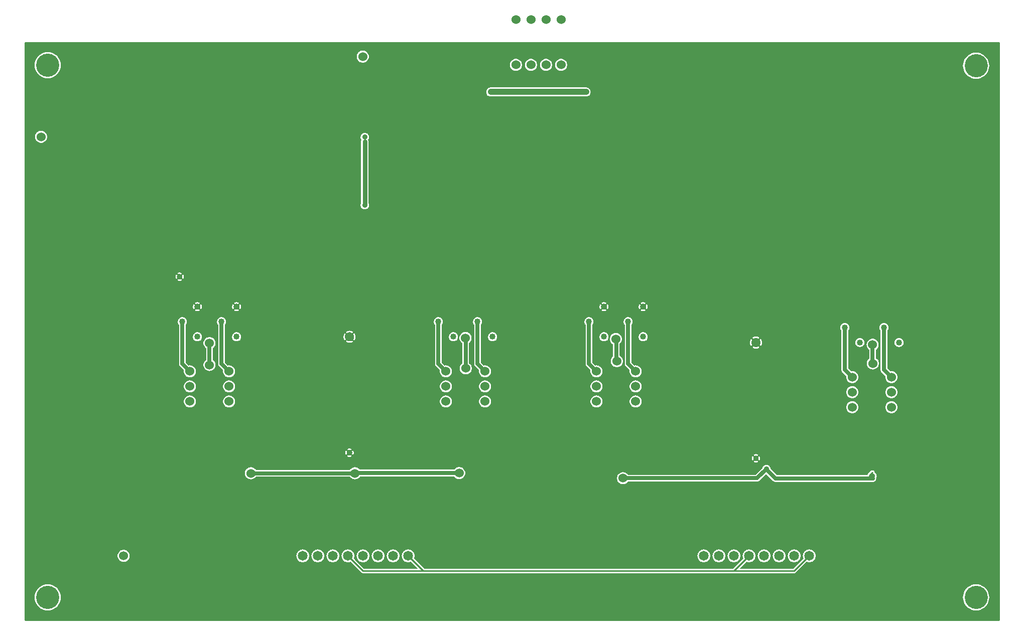
<source format=gbr>
G04 start of page 3 for group 1 idx 1 *
G04 Title: (unknown), solder *
G04 Creator: pcb 20110918 *
G04 CreationDate: Mon May 14 21:02:36 2012 UTC *
G04 For: mldelibero *
G04 Format: Gerber/RS-274X *
G04 PCB-Dimensions: 2000000 2000000 *
G04 PCB-Coordinate-Origin: lower left *
%MOIN*%
%FSLAX25Y25*%
%LNBOTTOM*%
%ADD46C,0.0450*%
%ADD45C,0.0230*%
%ADD44C,0.1500*%
%ADD43C,0.0350*%
%ADD42C,0.0200*%
%ADD41C,0.1540*%
%ADD40C,0.0360*%
%ADD39C,0.0650*%
%ADD38C,0.0600*%
%ADD37C,0.0400*%
%ADD36C,0.0300*%
%ADD35C,0.0250*%
%ADD34C,0.0001*%
%ADD33C,0.0100*%
G54D33*X74100Y1553000D02*X720700D01*
Y1936800D01*
X74100D02*X720700D01*
X74100D02*Y1553000D01*
G54D34*G36*
X705587Y1936800D02*X720700D01*
Y1553100D01*
X705587D01*
Y1559374D01*
X705600Y1559373D01*
X706965Y1559481D01*
X708297Y1559800D01*
X709562Y1560324D01*
X710730Y1561040D01*
X711771Y1561929D01*
X712660Y1562970D01*
X713376Y1564138D01*
X713900Y1565403D01*
X714219Y1566735D01*
X714300Y1568100D01*
X714219Y1569465D01*
X713900Y1570797D01*
X713376Y1572062D01*
X712660Y1573230D01*
X711771Y1574271D01*
X710730Y1575160D01*
X709562Y1575876D01*
X708297Y1576400D01*
X706965Y1576719D01*
X705600Y1576827D01*
X705587Y1576826D01*
Y1912674D01*
X705600Y1912673D01*
X706965Y1912781D01*
X708297Y1913100D01*
X709562Y1913624D01*
X710730Y1914340D01*
X711771Y1915229D01*
X712660Y1916270D01*
X713376Y1917438D01*
X713900Y1918703D01*
X714219Y1920035D01*
X714300Y1921400D01*
X714219Y1922765D01*
X713900Y1924097D01*
X713376Y1925362D01*
X712660Y1926530D01*
X711771Y1927571D01*
X710730Y1928460D01*
X709562Y1929176D01*
X708297Y1929700D01*
X706965Y1930019D01*
X705600Y1930127D01*
X705587Y1930126D01*
Y1936800D01*
G37*
G36*
X654395D02*X705587D01*
Y1930126D01*
X704235Y1930019D01*
X702903Y1929700D01*
X701638Y1929176D01*
X700470Y1928460D01*
X699429Y1927571D01*
X698540Y1926530D01*
X697824Y1925362D01*
X697300Y1924097D01*
X696981Y1922765D01*
X696873Y1921400D01*
X696981Y1920035D01*
X697300Y1918703D01*
X697824Y1917438D01*
X698540Y1916270D01*
X699429Y1915229D01*
X700470Y1914340D01*
X701638Y1913624D01*
X702903Y1913100D01*
X704235Y1912781D01*
X705587Y1912674D01*
Y1576826D01*
X704235Y1576719D01*
X702903Y1576400D01*
X701638Y1575876D01*
X700470Y1575160D01*
X699429Y1574271D01*
X698540Y1573230D01*
X697824Y1572062D01*
X697300Y1570797D01*
X696981Y1569465D01*
X696873Y1568100D01*
X696981Y1566735D01*
X697300Y1565403D01*
X697824Y1564138D01*
X698540Y1562970D01*
X699429Y1561929D01*
X700470Y1561040D01*
X701638Y1560324D01*
X702903Y1559800D01*
X704235Y1559481D01*
X705587Y1559374D01*
Y1553100D01*
X654395D01*
Y1734491D01*
X654400Y1734491D01*
X654871Y1734528D01*
X655330Y1734638D01*
X655766Y1734819D01*
X656169Y1735065D01*
X656528Y1735372D01*
X656835Y1735731D01*
X657081Y1736134D01*
X657262Y1736570D01*
X657372Y1737029D01*
X657400Y1737500D01*
X657372Y1737971D01*
X657262Y1738430D01*
X657081Y1738866D01*
X656835Y1739269D01*
X656528Y1739628D01*
X656169Y1739935D01*
X655766Y1740181D01*
X655330Y1740362D01*
X654871Y1740472D01*
X654400Y1740509D01*
X654395Y1740509D01*
Y1936800D01*
G37*
G36*
X647395D02*X654395D01*
Y1740509D01*
X653929Y1740472D01*
X653470Y1740362D01*
X653034Y1740181D01*
X652631Y1739935D01*
X652272Y1739628D01*
X651965Y1739269D01*
X651719Y1738866D01*
X651538Y1738430D01*
X651428Y1737971D01*
X651391Y1737500D01*
X651428Y1737029D01*
X651538Y1736570D01*
X651719Y1736134D01*
X651965Y1735731D01*
X652272Y1735372D01*
X652631Y1735065D01*
X653034Y1734819D01*
X653470Y1734638D01*
X653929Y1734528D01*
X654395Y1734491D01*
Y1553100D01*
X647395D01*
Y1691037D01*
X647578Y1690925D01*
X648160Y1690684D01*
X648772Y1690537D01*
X649400Y1690488D01*
X650028Y1690537D01*
X650640Y1690684D01*
X651222Y1690925D01*
X651758Y1691254D01*
X652237Y1691663D01*
X652646Y1692142D01*
X652975Y1692678D01*
X653216Y1693260D01*
X653363Y1693872D01*
X653400Y1694500D01*
X653363Y1695128D01*
X653216Y1695740D01*
X652975Y1696322D01*
X652646Y1696858D01*
X652237Y1697337D01*
X651758Y1697746D01*
X651222Y1698075D01*
X650640Y1698316D01*
X650028Y1698463D01*
X649400Y1698512D01*
X648772Y1698463D01*
X648160Y1698316D01*
X647578Y1698075D01*
X647395Y1697963D01*
Y1701037D01*
X647578Y1700925D01*
X648160Y1700684D01*
X648772Y1700537D01*
X649400Y1700488D01*
X650028Y1700537D01*
X650640Y1700684D01*
X651222Y1700925D01*
X651758Y1701254D01*
X652237Y1701663D01*
X652646Y1702142D01*
X652975Y1702678D01*
X653216Y1703260D01*
X653363Y1703872D01*
X653400Y1704500D01*
X653363Y1705128D01*
X653216Y1705740D01*
X652975Y1706322D01*
X652646Y1706858D01*
X652237Y1707337D01*
X651758Y1707746D01*
X651222Y1708075D01*
X650640Y1708316D01*
X650028Y1708463D01*
X649400Y1708512D01*
X648772Y1708463D01*
X648160Y1708316D01*
X647578Y1708075D01*
X647395Y1707963D01*
Y1711037D01*
X647578Y1710925D01*
X648160Y1710684D01*
X648772Y1710537D01*
X649400Y1710488D01*
X650028Y1710537D01*
X650640Y1710684D01*
X651222Y1710925D01*
X651758Y1711254D01*
X652237Y1711663D01*
X652646Y1712142D01*
X652975Y1712678D01*
X653216Y1713260D01*
X653363Y1713872D01*
X653400Y1714500D01*
X653363Y1715128D01*
X653216Y1715740D01*
X652975Y1716322D01*
X652646Y1716858D01*
X652237Y1717337D01*
X651758Y1717746D01*
X651222Y1718075D01*
X650640Y1718316D01*
X650028Y1718463D01*
X649400Y1718512D01*
X648772Y1718463D01*
X648649Y1718433D01*
X647395Y1719687D01*
Y1747422D01*
X647400Y1747500D01*
X647395Y1747578D01*
Y1936800D01*
G37*
G36*
Y1719687D02*X646650Y1720432D01*
Y1745515D01*
X646835Y1745731D01*
X647081Y1746134D01*
X647262Y1746570D01*
X647372Y1747029D01*
X647395Y1747422D01*
Y1719687D01*
G37*
G36*
X636944Y1936800D02*X647395D01*
Y1747578D01*
X647372Y1747971D01*
X647262Y1748430D01*
X647081Y1748866D01*
X646835Y1749269D01*
X646528Y1749628D01*
X646169Y1749935D01*
X645766Y1750181D01*
X645330Y1750362D01*
X644871Y1750472D01*
X644400Y1750509D01*
X643929Y1750472D01*
X643470Y1750362D01*
X643034Y1750181D01*
X642631Y1749935D01*
X642272Y1749628D01*
X641965Y1749269D01*
X641719Y1748866D01*
X641538Y1748430D01*
X641428Y1747971D01*
X641391Y1747500D01*
X641428Y1747029D01*
X641538Y1746570D01*
X641719Y1746134D01*
X641965Y1745731D01*
X642150Y1745515D01*
Y1719588D01*
X642143Y1719500D01*
X642171Y1719147D01*
Y1719147D01*
X642254Y1718803D01*
X642389Y1718475D01*
X642459Y1718361D01*
X642574Y1718173D01*
X642574Y1718173D01*
X642804Y1717904D01*
X642871Y1717847D01*
X645467Y1715251D01*
X645437Y1715128D01*
X645388Y1714500D01*
X645437Y1713872D01*
X645584Y1713260D01*
X645825Y1712678D01*
X646154Y1712142D01*
X646563Y1711663D01*
X647042Y1711254D01*
X647395Y1711037D01*
Y1707963D01*
X647042Y1707746D01*
X646563Y1707337D01*
X646154Y1706858D01*
X645825Y1706322D01*
X645584Y1705740D01*
X645437Y1705128D01*
X645388Y1704500D01*
X645437Y1703872D01*
X645584Y1703260D01*
X645825Y1702678D01*
X646154Y1702142D01*
X646563Y1701663D01*
X647042Y1701254D01*
X647395Y1701037D01*
Y1697963D01*
X647042Y1697746D01*
X646563Y1697337D01*
X646154Y1696858D01*
X645825Y1696322D01*
X645584Y1695740D01*
X645437Y1695128D01*
X645388Y1694500D01*
X645437Y1693872D01*
X645584Y1693260D01*
X645825Y1692678D01*
X646154Y1692142D01*
X646563Y1691663D01*
X647042Y1691254D01*
X647395Y1691037D01*
Y1553100D01*
X636944D01*
Y1644850D01*
X637000D01*
X637353Y1644871D01*
X637697Y1644954D01*
X638025Y1645089D01*
X638327Y1645274D01*
X638596Y1645504D01*
X638826Y1645773D01*
X639011Y1646075D01*
X639146Y1646403D01*
X639229Y1646747D01*
X639257Y1647100D01*
X639232Y1647411D01*
X639303Y1647525D01*
X639471Y1647932D01*
X639574Y1648361D01*
X639600Y1648800D01*
X639574Y1649239D01*
X639471Y1649668D01*
X639303Y1650075D01*
X639072Y1650451D01*
X638786Y1650786D01*
X638451Y1651072D01*
X638194Y1651229D01*
X638186Y1651335D01*
X638131Y1651565D01*
X638041Y1651783D01*
X637917Y1651984D01*
X637764Y1652164D01*
X637584Y1652317D01*
X637383Y1652441D01*
X637165Y1652531D01*
X636944Y1652584D01*
Y1719592D01*
X637000Y1719588D01*
X637628Y1719637D01*
X638240Y1719784D01*
X638822Y1720025D01*
X639358Y1720354D01*
X639837Y1720763D01*
X640246Y1721242D01*
X640575Y1721778D01*
X640816Y1722360D01*
X640963Y1722972D01*
X641000Y1723600D01*
X640963Y1724228D01*
X640816Y1724840D01*
X640575Y1725422D01*
X640246Y1725958D01*
X639837Y1726437D01*
X639358Y1726846D01*
X639150Y1726974D01*
Y1732688D01*
X639258Y1732754D01*
X639737Y1733163D01*
X640146Y1733642D01*
X640475Y1734178D01*
X640716Y1734760D01*
X640863Y1735372D01*
X640900Y1736000D01*
X640863Y1736628D01*
X640716Y1737240D01*
X640475Y1737822D01*
X640146Y1738358D01*
X639737Y1738837D01*
X639258Y1739246D01*
X638722Y1739575D01*
X638140Y1739816D01*
X637528Y1739963D01*
X636944Y1740009D01*
Y1936800D01*
G37*
G36*
Y1553100D02*X621395D01*
Y1644850D01*
X636944D01*
Y1553100D01*
G37*
G36*
X628395Y1936800D02*X636944D01*
Y1740009D01*
X636900Y1740012D01*
X636272Y1739963D01*
X635660Y1739816D01*
X635078Y1739575D01*
X634542Y1739246D01*
X634063Y1738837D01*
X633654Y1738358D01*
X633325Y1737822D01*
X633084Y1737240D01*
X632937Y1736628D01*
X632888Y1736000D01*
X632937Y1735372D01*
X633084Y1734760D01*
X633325Y1734178D01*
X633654Y1733642D01*
X634063Y1733163D01*
X634542Y1732754D01*
X634650Y1732688D01*
Y1726851D01*
X634642Y1726846D01*
X634163Y1726437D01*
X633754Y1725958D01*
X633425Y1725422D01*
X633184Y1724840D01*
X633037Y1724228D01*
X632988Y1723600D01*
X633037Y1722972D01*
X633184Y1722360D01*
X633425Y1721778D01*
X633754Y1721242D01*
X634163Y1720763D01*
X634642Y1720354D01*
X635178Y1720025D01*
X635760Y1719784D01*
X636372Y1719637D01*
X636944Y1719592D01*
Y1652584D01*
X636935Y1652586D01*
X636700Y1652605D01*
X636465Y1652586D01*
X636235Y1652531D01*
X636017Y1652441D01*
X635816Y1652317D01*
X635639Y1652161D01*
X633781Y1650302D01*
X633736Y1650264D01*
X633583Y1650084D01*
X633459Y1649883D01*
X633369Y1649665D01*
X633314Y1649435D01*
X633314Y1649435D01*
X633307Y1649350D01*
X628395D01*
Y1734491D01*
X628400Y1734491D01*
X628871Y1734528D01*
X629330Y1734638D01*
X629766Y1734819D01*
X630169Y1735065D01*
X630528Y1735372D01*
X630835Y1735731D01*
X631081Y1736134D01*
X631262Y1736570D01*
X631372Y1737029D01*
X631400Y1737500D01*
X631372Y1737971D01*
X631262Y1738430D01*
X631081Y1738866D01*
X630835Y1739269D01*
X630528Y1739628D01*
X630169Y1739935D01*
X629766Y1740181D01*
X629330Y1740362D01*
X628871Y1740472D01*
X628400Y1740509D01*
X628395Y1740509D01*
Y1936800D01*
G37*
G36*
X621395D02*X628395D01*
Y1740509D01*
X627929Y1740472D01*
X627470Y1740362D01*
X627034Y1740181D01*
X626631Y1739935D01*
X626272Y1739628D01*
X625965Y1739269D01*
X625719Y1738866D01*
X625538Y1738430D01*
X625428Y1737971D01*
X625391Y1737500D01*
X625428Y1737029D01*
X625538Y1736570D01*
X625719Y1736134D01*
X625965Y1735731D01*
X626272Y1735372D01*
X626631Y1735065D01*
X627034Y1734819D01*
X627470Y1734638D01*
X627929Y1734528D01*
X628395Y1734491D01*
Y1649350D01*
X621395D01*
Y1691037D01*
X621578Y1690925D01*
X622160Y1690684D01*
X622772Y1690537D01*
X623400Y1690488D01*
X624028Y1690537D01*
X624640Y1690684D01*
X625222Y1690925D01*
X625758Y1691254D01*
X626237Y1691663D01*
X626646Y1692142D01*
X626975Y1692678D01*
X627216Y1693260D01*
X627363Y1693872D01*
X627400Y1694500D01*
X627363Y1695128D01*
X627216Y1695740D01*
X626975Y1696322D01*
X626646Y1696858D01*
X626237Y1697337D01*
X625758Y1697746D01*
X625222Y1698075D01*
X624640Y1698316D01*
X624028Y1698463D01*
X623400Y1698512D01*
X622772Y1698463D01*
X622160Y1698316D01*
X621578Y1698075D01*
X621395Y1697963D01*
Y1701037D01*
X621578Y1700925D01*
X622160Y1700684D01*
X622772Y1700537D01*
X623400Y1700488D01*
X624028Y1700537D01*
X624640Y1700684D01*
X625222Y1700925D01*
X625758Y1701254D01*
X626237Y1701663D01*
X626646Y1702142D01*
X626975Y1702678D01*
X627216Y1703260D01*
X627363Y1703872D01*
X627400Y1704500D01*
X627363Y1705128D01*
X627216Y1705740D01*
X626975Y1706322D01*
X626646Y1706858D01*
X626237Y1707337D01*
X625758Y1707746D01*
X625222Y1708075D01*
X624640Y1708316D01*
X624028Y1708463D01*
X623400Y1708512D01*
X622772Y1708463D01*
X622160Y1708316D01*
X621578Y1708075D01*
X621395Y1707963D01*
Y1711037D01*
X621578Y1710925D01*
X622160Y1710684D01*
X622772Y1710537D01*
X623400Y1710488D01*
X624028Y1710537D01*
X624640Y1710684D01*
X625222Y1710925D01*
X625758Y1711254D01*
X626237Y1711663D01*
X626646Y1712142D01*
X626975Y1712678D01*
X627216Y1713260D01*
X627363Y1713872D01*
X627400Y1714500D01*
X627363Y1715128D01*
X627216Y1715740D01*
X626975Y1716322D01*
X626646Y1716858D01*
X626237Y1717337D01*
X625758Y1717746D01*
X625222Y1718075D01*
X624640Y1718316D01*
X624028Y1718463D01*
X623400Y1718512D01*
X622772Y1718463D01*
X622649Y1718433D01*
X621395Y1719687D01*
Y1747422D01*
X621400Y1747500D01*
X621395Y1747578D01*
Y1936800D01*
G37*
G36*
Y1719687D02*X620650Y1720432D01*
Y1745515D01*
X620835Y1745731D01*
X621081Y1746134D01*
X621262Y1746570D01*
X621372Y1747029D01*
X621395Y1747422D01*
Y1719687D01*
G37*
G36*
Y1553100D02*X584793D01*
Y1584196D01*
X584800Y1584195D01*
X585035Y1584214D01*
X585035Y1584214D01*
X585265Y1584269D01*
X585483Y1584359D01*
X585684Y1584483D01*
X585864Y1584636D01*
X585902Y1584681D01*
X593047Y1591826D01*
X593483Y1591646D01*
X594133Y1591489D01*
X594800Y1591437D01*
X595467Y1591489D01*
X596117Y1591646D01*
X596735Y1591902D01*
X597306Y1592251D01*
X597814Y1592686D01*
X598249Y1593194D01*
X598598Y1593765D01*
X598854Y1594383D01*
X599011Y1595033D01*
X599050Y1595700D01*
X599011Y1596367D01*
X598854Y1597017D01*
X598598Y1597635D01*
X598249Y1598206D01*
X597814Y1598714D01*
X597306Y1599149D01*
X596735Y1599498D01*
X596117Y1599754D01*
X595467Y1599911D01*
X594800Y1599963D01*
X594133Y1599911D01*
X593483Y1599754D01*
X592865Y1599498D01*
X592294Y1599149D01*
X591786Y1598714D01*
X591351Y1598206D01*
X591002Y1597635D01*
X590746Y1597017D01*
X590589Y1596367D01*
X590537Y1595700D01*
X590589Y1595033D01*
X590746Y1594383D01*
X590926Y1593947D01*
X584793Y1587815D01*
Y1591437D01*
X584800Y1591437D01*
X585467Y1591489D01*
X586117Y1591646D01*
X586735Y1591902D01*
X587306Y1592251D01*
X587814Y1592686D01*
X588249Y1593194D01*
X588598Y1593765D01*
X588854Y1594383D01*
X589011Y1595033D01*
X589050Y1595700D01*
X589011Y1596367D01*
X588854Y1597017D01*
X588598Y1597635D01*
X588249Y1598206D01*
X587814Y1598714D01*
X587306Y1599149D01*
X586735Y1599498D01*
X586117Y1599754D01*
X585467Y1599911D01*
X584800Y1599963D01*
X584793Y1599963D01*
Y1644850D01*
X621395D01*
Y1553100D01*
G37*
G36*
X584793Y1587815D02*X584179Y1587200D01*
X574793D01*
Y1591437D01*
X574800Y1591437D01*
X575467Y1591489D01*
X576117Y1591646D01*
X576735Y1591902D01*
X577306Y1592251D01*
X577814Y1592686D01*
X578249Y1593194D01*
X578598Y1593765D01*
X578854Y1594383D01*
X579011Y1595033D01*
X579050Y1595700D01*
X579011Y1596367D01*
X578854Y1597017D01*
X578598Y1597635D01*
X578249Y1598206D01*
X577814Y1598714D01*
X577306Y1599149D01*
X576735Y1599498D01*
X576117Y1599754D01*
X575467Y1599911D01*
X574800Y1599963D01*
X574793Y1599963D01*
Y1644850D01*
X584793D01*
Y1599963D01*
X584133Y1599911D01*
X583483Y1599754D01*
X582865Y1599498D01*
X582294Y1599149D01*
X581786Y1598714D01*
X581351Y1598206D01*
X581002Y1597635D01*
X580746Y1597017D01*
X580589Y1596367D01*
X580537Y1595700D01*
X580589Y1595033D01*
X580746Y1594383D01*
X581002Y1593765D01*
X581351Y1593194D01*
X581786Y1592686D01*
X582294Y1592251D01*
X582865Y1591902D01*
X583483Y1591646D01*
X584133Y1591489D01*
X584793Y1591437D01*
Y1587815D01*
G37*
G36*
Y1553100D02*X574793D01*
Y1584200D01*
X584741D01*
X584793Y1584196D01*
Y1553100D01*
G37*
G36*
X574793Y1587200D02*X564793D01*
Y1591437D01*
X564800Y1591437D01*
X565467Y1591489D01*
X566117Y1591646D01*
X566735Y1591902D01*
X567306Y1592251D01*
X567814Y1592686D01*
X568249Y1593194D01*
X568598Y1593765D01*
X568854Y1594383D01*
X569011Y1595033D01*
X569050Y1595700D01*
X569011Y1596367D01*
X568854Y1597017D01*
X568598Y1597635D01*
X568249Y1598206D01*
X567814Y1598714D01*
X567306Y1599149D01*
X566735Y1599498D01*
X566117Y1599754D01*
X565467Y1599911D01*
X564800Y1599963D01*
X564793Y1599963D01*
Y1648711D01*
X566200Y1650118D01*
X570747Y1645571D01*
X570804Y1645504D01*
X571073Y1645274D01*
X571073Y1645274D01*
X571375Y1645089D01*
X571703Y1644954D01*
X572047Y1644871D01*
X572400Y1644843D01*
X572488Y1644850D01*
X574793D01*
Y1599963D01*
X574133Y1599911D01*
X573483Y1599754D01*
X572865Y1599498D01*
X572294Y1599149D01*
X571786Y1598714D01*
X571351Y1598206D01*
X571002Y1597635D01*
X570746Y1597017D01*
X570589Y1596367D01*
X570537Y1595700D01*
X570589Y1595033D01*
X570746Y1594383D01*
X571002Y1593765D01*
X571351Y1593194D01*
X571786Y1592686D01*
X572294Y1592251D01*
X572865Y1591902D01*
X573483Y1591646D01*
X574133Y1591489D01*
X574793Y1591437D01*
Y1587200D01*
G37*
G36*
Y1553100D02*X564793D01*
Y1584200D01*
X574793D01*
Y1553100D01*
G37*
G36*
X564793Y1587200D02*X548421D01*
X553047Y1591826D01*
X553483Y1591646D01*
X554133Y1591489D01*
X554800Y1591437D01*
X555467Y1591489D01*
X556117Y1591646D01*
X556735Y1591902D01*
X557306Y1592251D01*
X557814Y1592686D01*
X558249Y1593194D01*
X558598Y1593765D01*
X558854Y1594383D01*
X559011Y1595033D01*
X559050Y1595700D01*
X559011Y1596367D01*
X558854Y1597017D01*
X558598Y1597635D01*
X558249Y1598206D01*
X557814Y1598714D01*
X557306Y1599149D01*
X556735Y1599498D01*
X556117Y1599754D01*
X555467Y1599911D01*
X554800Y1599963D01*
X554133Y1599911D01*
X553483Y1599754D01*
X552865Y1599498D01*
X552294Y1599149D01*
X551786Y1598714D01*
X551351Y1598206D01*
X551002Y1597635D01*
X550746Y1597017D01*
X550589Y1596367D01*
X550537Y1595700D01*
X550589Y1595033D01*
X550746Y1594383D01*
X550926Y1593947D01*
X544793Y1587815D01*
Y1591437D01*
X544800Y1591437D01*
X545467Y1591489D01*
X546117Y1591646D01*
X546735Y1591902D01*
X547306Y1592251D01*
X547814Y1592686D01*
X548249Y1593194D01*
X548598Y1593765D01*
X548854Y1594383D01*
X549011Y1595033D01*
X549050Y1595700D01*
X549011Y1596367D01*
X548854Y1597017D01*
X548598Y1597635D01*
X548249Y1598206D01*
X547814Y1598714D01*
X547306Y1599149D01*
X546735Y1599498D01*
X546117Y1599754D01*
X545467Y1599911D01*
X544800Y1599963D01*
X544793Y1599963D01*
Y1645050D01*
X560112D01*
X560200Y1645043D01*
X560553Y1645071D01*
X560553Y1645071D01*
X560897Y1645154D01*
X561225Y1645289D01*
X561527Y1645474D01*
X561796Y1645704D01*
X561853Y1645771D01*
X564793Y1648711D01*
Y1599963D01*
X564133Y1599911D01*
X563483Y1599754D01*
X562865Y1599498D01*
X562294Y1599149D01*
X561786Y1598714D01*
X561351Y1598206D01*
X561002Y1597635D01*
X560746Y1597017D01*
X560589Y1596367D01*
X560537Y1595700D01*
X560589Y1595033D01*
X560746Y1594383D01*
X561002Y1593765D01*
X561351Y1593194D01*
X561786Y1592686D01*
X562294Y1592251D01*
X562865Y1591902D01*
X563483Y1591646D01*
X564133Y1591489D01*
X564793Y1591437D01*
Y1587200D01*
G37*
G36*
Y1553100D02*X544793D01*
Y1584196D01*
X544800Y1584195D01*
X544859Y1584200D01*
X564793D01*
Y1553100D01*
G37*
G36*
X544793Y1587815D02*X544179Y1587200D01*
X534793D01*
Y1591437D01*
X534800Y1591437D01*
X535467Y1591489D01*
X536117Y1591646D01*
X536735Y1591902D01*
X537306Y1592251D01*
X537814Y1592686D01*
X538249Y1593194D01*
X538598Y1593765D01*
X538854Y1594383D01*
X539011Y1595033D01*
X539050Y1595700D01*
X539011Y1596367D01*
X538854Y1597017D01*
X538598Y1597635D01*
X538249Y1598206D01*
X537814Y1598714D01*
X537306Y1599149D01*
X536735Y1599498D01*
X536117Y1599754D01*
X535467Y1599911D01*
X534800Y1599963D01*
X534793Y1599963D01*
Y1645050D01*
X544793D01*
Y1599963D01*
X544133Y1599911D01*
X543483Y1599754D01*
X542865Y1599498D01*
X542294Y1599149D01*
X541786Y1598714D01*
X541351Y1598206D01*
X541002Y1597635D01*
X540746Y1597017D01*
X540589Y1596367D01*
X540537Y1595700D01*
X540589Y1595033D01*
X540746Y1594383D01*
X541002Y1593765D01*
X541351Y1593194D01*
X541786Y1592686D01*
X542294Y1592251D01*
X542865Y1591902D01*
X543483Y1591646D01*
X544133Y1591489D01*
X544793Y1591437D01*
Y1587815D01*
G37*
G36*
Y1553100D02*X534793D01*
Y1584200D01*
X544741D01*
X544793Y1584196D01*
Y1553100D01*
G37*
G36*
X534793Y1587200D02*X524793D01*
Y1591437D01*
X524800Y1591437D01*
X525467Y1591489D01*
X526117Y1591646D01*
X526735Y1591902D01*
X527306Y1592251D01*
X527814Y1592686D01*
X528249Y1593194D01*
X528598Y1593765D01*
X528854Y1594383D01*
X529011Y1595033D01*
X529050Y1595700D01*
X529011Y1596367D01*
X528854Y1597017D01*
X528598Y1597635D01*
X528249Y1598206D01*
X527814Y1598714D01*
X527306Y1599149D01*
X526735Y1599498D01*
X526117Y1599754D01*
X525467Y1599911D01*
X524800Y1599963D01*
X524793Y1599963D01*
Y1645050D01*
X534793D01*
Y1599963D01*
X534133Y1599911D01*
X533483Y1599754D01*
X532865Y1599498D01*
X532294Y1599149D01*
X531786Y1598714D01*
X531351Y1598206D01*
X531002Y1597635D01*
X530746Y1597017D01*
X530589Y1596367D01*
X530537Y1595700D01*
X530589Y1595033D01*
X530746Y1594383D01*
X531002Y1593765D01*
X531351Y1593194D01*
X531786Y1592686D01*
X532294Y1592251D01*
X532865Y1591902D01*
X533483Y1591646D01*
X534133Y1591489D01*
X534793Y1591437D01*
Y1587200D01*
G37*
G36*
Y1553100D02*X524793D01*
Y1584200D01*
X534793D01*
Y1553100D01*
G37*
G36*
X524793Y1587200D02*X477495D01*
Y1645050D01*
X524793D01*
Y1599963D01*
X524133Y1599911D01*
X523483Y1599754D01*
X522865Y1599498D01*
X522294Y1599149D01*
X521786Y1598714D01*
X521351Y1598206D01*
X521002Y1597635D01*
X520746Y1597017D01*
X520589Y1596367D01*
X520537Y1595700D01*
X520589Y1595033D01*
X520746Y1594383D01*
X521002Y1593765D01*
X521351Y1593194D01*
X521786Y1592686D01*
X522294Y1592251D01*
X522865Y1591902D01*
X523483Y1591646D01*
X524133Y1591489D01*
X524793Y1591437D01*
Y1587200D01*
G37*
G36*
Y1553100D02*X477495D01*
Y1584200D01*
X524793D01*
Y1553100D01*
G37*
G36*
X562684Y1936800D02*X621395D01*
Y1747578D01*
X621372Y1747971D01*
X621262Y1748430D01*
X621081Y1748866D01*
X620835Y1749269D01*
X620528Y1749628D01*
X620169Y1749935D01*
X619766Y1750181D01*
X619330Y1750362D01*
X618871Y1750472D01*
X618400Y1750509D01*
X617929Y1750472D01*
X617470Y1750362D01*
X617034Y1750181D01*
X616631Y1749935D01*
X616272Y1749628D01*
X615965Y1749269D01*
X615719Y1748866D01*
X615538Y1748430D01*
X615428Y1747971D01*
X615391Y1747500D01*
X615428Y1747029D01*
X615538Y1746570D01*
X615719Y1746134D01*
X615965Y1745731D01*
X616150Y1745515D01*
Y1719588D01*
X616143Y1719500D01*
X616171Y1719147D01*
Y1719147D01*
X616254Y1718803D01*
X616389Y1718475D01*
X616459Y1718361D01*
X616574Y1718173D01*
X616574Y1718173D01*
X616804Y1717904D01*
X616871Y1717847D01*
X619467Y1715251D01*
X619437Y1715128D01*
X619388Y1714500D01*
X619437Y1713872D01*
X619584Y1713260D01*
X619825Y1712678D01*
X620154Y1712142D01*
X620563Y1711663D01*
X621042Y1711254D01*
X621395Y1711037D01*
Y1707963D01*
X621042Y1707746D01*
X620563Y1707337D01*
X620154Y1706858D01*
X619825Y1706322D01*
X619584Y1705740D01*
X619437Y1705128D01*
X619388Y1704500D01*
X619437Y1703872D01*
X619584Y1703260D01*
X619825Y1702678D01*
X620154Y1702142D01*
X620563Y1701663D01*
X621042Y1701254D01*
X621395Y1701037D01*
Y1697963D01*
X621042Y1697746D01*
X620563Y1697337D01*
X620154Y1696858D01*
X619825Y1696322D01*
X619584Y1695740D01*
X619437Y1695128D01*
X619388Y1694500D01*
X619437Y1693872D01*
X619584Y1693260D01*
X619825Y1692678D01*
X620154Y1692142D01*
X620563Y1691663D01*
X621042Y1691254D01*
X621395Y1691037D01*
Y1649350D01*
X573332D01*
X569089Y1653593D01*
X569074Y1653839D01*
X568971Y1654268D01*
X568803Y1654675D01*
X568572Y1655051D01*
X568286Y1655386D01*
X567951Y1655672D01*
X567575Y1655903D01*
X567168Y1656071D01*
X566739Y1656174D01*
X566300Y1656209D01*
X565861Y1656174D01*
X565432Y1656071D01*
X565025Y1655903D01*
X564649Y1655672D01*
X564314Y1655386D01*
X564028Y1655051D01*
X563797Y1654675D01*
X563629Y1654268D01*
X563526Y1653839D01*
X563523Y1653805D01*
X562684Y1652966D01*
Y1735369D01*
X562687Y1735370D01*
X562755Y1735409D01*
X562816Y1735458D01*
X562869Y1735517D01*
X562911Y1735583D01*
X563074Y1735908D01*
X563203Y1736248D01*
X563301Y1736598D01*
X563367Y1736956D01*
X563400Y1737318D01*
Y1737682D01*
X563367Y1738044D01*
X563301Y1738402D01*
X563203Y1738752D01*
X563074Y1739092D01*
X562915Y1739419D01*
X562872Y1739485D01*
X562819Y1739544D01*
X562757Y1739594D01*
X562688Y1739633D01*
X562684Y1739635D01*
Y1936800D01*
G37*
G36*
X561630D02*X562684D01*
Y1739635D01*
X562614Y1739661D01*
X562537Y1739677D01*
X562458Y1739681D01*
X562379Y1739673D01*
X562303Y1739652D01*
X562230Y1739620D01*
X562164Y1739577D01*
X562105Y1739524D01*
X562056Y1739462D01*
X562016Y1739393D01*
X561988Y1739319D01*
X561972Y1739242D01*
X561968Y1739163D01*
X561976Y1739084D01*
X561997Y1739007D01*
X562030Y1738936D01*
X562153Y1738693D01*
X562250Y1738438D01*
X562323Y1738176D01*
X562372Y1737908D01*
X562397Y1737636D01*
Y1737364D01*
X562372Y1737092D01*
X562323Y1736824D01*
X562250Y1736562D01*
X562153Y1736307D01*
X562033Y1736063D01*
X562000Y1735991D01*
X561979Y1735916D01*
X561971Y1735837D01*
X561975Y1735759D01*
X561991Y1735682D01*
X562019Y1735608D01*
X562058Y1735540D01*
X562107Y1735479D01*
X562166Y1735426D01*
X562232Y1735383D01*
X562304Y1735351D01*
X562380Y1735330D01*
X562458Y1735322D01*
X562536Y1735326D01*
X562613Y1735342D01*
X562684Y1735369D01*
Y1652966D01*
X561630Y1651912D01*
Y1659214D01*
X561698Y1659228D01*
X561771Y1659255D01*
X561840Y1659294D01*
X561902Y1659343D01*
X561955Y1659401D01*
X561998Y1659466D01*
X562030Y1659538D01*
X562106Y1659771D01*
X562160Y1660011D01*
X562192Y1660255D01*
X562203Y1660500D01*
X562192Y1660745D01*
X562160Y1660989D01*
X562106Y1661229D01*
X562032Y1661463D01*
X562000Y1661535D01*
X561956Y1661600D01*
X561903Y1661659D01*
X561841Y1661708D01*
X561772Y1661746D01*
X561698Y1661774D01*
X561630Y1661788D01*
Y1936800D01*
G37*
G36*
X559401D02*X561630D01*
Y1661788D01*
X561621Y1661790D01*
X561542Y1661793D01*
X561463Y1661784D01*
X561387Y1661763D01*
X561315Y1661730D01*
X561250Y1661686D01*
X561191Y1661633D01*
X561142Y1661571D01*
X561104Y1661502D01*
X561076Y1661428D01*
X561060Y1661351D01*
X561057Y1661272D01*
X561066Y1661193D01*
X561089Y1661118D01*
X561138Y1660968D01*
X561172Y1660814D01*
X561193Y1660658D01*
X561200Y1660500D01*
X561193Y1660342D01*
X561172Y1660186D01*
X561138Y1660032D01*
X561090Y1659882D01*
X561068Y1659806D01*
X561059Y1659728D01*
X561062Y1659650D01*
X561078Y1659573D01*
X561105Y1659499D01*
X561144Y1659430D01*
X561193Y1659369D01*
X561251Y1659315D01*
X561316Y1659272D01*
X561388Y1659239D01*
X561464Y1659218D01*
X561542Y1659209D01*
X561620Y1659212D01*
X561630Y1659214D01*
Y1651912D01*
X559401Y1649683D01*
Y1657697D01*
X559645Y1657708D01*
X559889Y1657740D01*
X560129Y1657794D01*
X560363Y1657868D01*
X560435Y1657900D01*
X560500Y1657944D01*
X560559Y1657997D01*
X560608Y1658059D01*
X560646Y1658128D01*
X560674Y1658202D01*
X560690Y1658279D01*
X560693Y1658358D01*
X560684Y1658437D01*
X560663Y1658513D01*
X560630Y1658585D01*
X560586Y1658650D01*
X560533Y1658709D01*
X560471Y1658758D01*
X560402Y1658796D01*
X560328Y1658824D01*
X560251Y1658840D01*
X560172Y1658843D01*
X560093Y1658834D01*
X560018Y1658811D01*
X559868Y1658762D01*
X559714Y1658728D01*
X559558Y1658707D01*
X559401Y1658700D01*
Y1662300D01*
X559558Y1662293D01*
X559714Y1662272D01*
X559868Y1662238D01*
X560018Y1662190D01*
X560094Y1662168D01*
X560172Y1662159D01*
X560250Y1662162D01*
X560327Y1662178D01*
X560401Y1662205D01*
X560470Y1662244D01*
X560531Y1662293D01*
X560585Y1662351D01*
X560628Y1662416D01*
X560661Y1662488D01*
X560682Y1662564D01*
X560691Y1662642D01*
X560688Y1662720D01*
X560672Y1662798D01*
X560645Y1662871D01*
X560606Y1662940D01*
X560557Y1663002D01*
X560499Y1663055D01*
X560434Y1663098D01*
X560362Y1663130D01*
X560129Y1663206D01*
X559889Y1663260D01*
X559645Y1663292D01*
X559401Y1663303D01*
Y1733500D01*
X559582D01*
X559944Y1733533D01*
X560302Y1733599D01*
X560652Y1733697D01*
X560992Y1733826D01*
X561319Y1733985D01*
X561385Y1734028D01*
X561444Y1734081D01*
X561494Y1734143D01*
X561533Y1734212D01*
X561561Y1734286D01*
X561577Y1734363D01*
X561581Y1734442D01*
X561573Y1734521D01*
X561552Y1734597D01*
X561520Y1734670D01*
X561477Y1734736D01*
X561424Y1734795D01*
X561362Y1734844D01*
X561293Y1734884D01*
X561219Y1734912D01*
X561142Y1734928D01*
X561063Y1734932D01*
X560984Y1734924D01*
X560907Y1734903D01*
X560836Y1734870D01*
X560593Y1734747D01*
X560338Y1734650D01*
X560076Y1734577D01*
X559808Y1734528D01*
X559536Y1734503D01*
X559401D01*
Y1740497D01*
X559536D01*
X559808Y1740472D01*
X560076Y1740423D01*
X560338Y1740350D01*
X560593Y1740253D01*
X560837Y1740133D01*
X560909Y1740100D01*
X560984Y1740079D01*
X561063Y1740071D01*
X561141Y1740075D01*
X561218Y1740091D01*
X561292Y1740119D01*
X561360Y1740158D01*
X561421Y1740207D01*
X561474Y1740266D01*
X561517Y1740332D01*
X561549Y1740404D01*
X561570Y1740480D01*
X561578Y1740558D01*
X561574Y1740636D01*
X561558Y1740713D01*
X561530Y1740787D01*
X561491Y1740855D01*
X561442Y1740916D01*
X561383Y1740969D01*
X561317Y1741011D01*
X560992Y1741174D01*
X560652Y1741303D01*
X560302Y1741401D01*
X559944Y1741467D01*
X559582Y1741500D01*
X559401D01*
Y1936800D01*
G37*
G36*
X557170D02*X559401D01*
Y1741500D01*
X559218D01*
X558856Y1741467D01*
X558498Y1741401D01*
X558148Y1741303D01*
X557808Y1741174D01*
X557481Y1741015D01*
X557415Y1740972D01*
X557356Y1740919D01*
X557306Y1740857D01*
X557267Y1740788D01*
X557239Y1740714D01*
X557223Y1740637D01*
X557219Y1740558D01*
X557227Y1740479D01*
X557248Y1740403D01*
X557280Y1740330D01*
X557323Y1740264D01*
X557376Y1740205D01*
X557438Y1740156D01*
X557507Y1740116D01*
X557581Y1740088D01*
X557658Y1740072D01*
X557737Y1740068D01*
X557816Y1740076D01*
X557893Y1740097D01*
X557964Y1740130D01*
X558207Y1740253D01*
X558462Y1740350D01*
X558724Y1740423D01*
X558992Y1740472D01*
X559264Y1740497D01*
X559401D01*
Y1734503D01*
X559264D01*
X558992Y1734528D01*
X558724Y1734577D01*
X558462Y1734650D01*
X558207Y1734747D01*
X557963Y1734867D01*
X557891Y1734900D01*
X557815Y1734921D01*
X557737Y1734929D01*
X557659Y1734925D01*
X557582Y1734909D01*
X557508Y1734881D01*
X557440Y1734842D01*
X557379Y1734793D01*
X557326Y1734734D01*
X557283Y1734668D01*
X557251Y1734596D01*
X557230Y1734520D01*
X557222Y1734442D01*
X557226Y1734364D01*
X557242Y1734287D01*
X557270Y1734213D01*
X557309Y1734145D01*
X557358Y1734084D01*
X557417Y1734031D01*
X557483Y1733989D01*
X557808Y1733826D01*
X558148Y1733697D01*
X558498Y1733599D01*
X558856Y1733533D01*
X559218Y1733500D01*
X559401D01*
Y1663303D01*
X559400Y1663303D01*
X559155Y1663292D01*
X558911Y1663260D01*
X558671Y1663206D01*
X558437Y1663132D01*
X558365Y1663100D01*
X558300Y1663056D01*
X558241Y1663003D01*
X558192Y1662941D01*
X558154Y1662872D01*
X558126Y1662798D01*
X558110Y1662721D01*
X558107Y1662642D01*
X558116Y1662563D01*
X558137Y1662487D01*
X558170Y1662415D01*
X558214Y1662350D01*
X558267Y1662291D01*
X558329Y1662242D01*
X558398Y1662204D01*
X558472Y1662176D01*
X558549Y1662160D01*
X558628Y1662157D01*
X558707Y1662166D01*
X558782Y1662189D01*
X558932Y1662238D01*
X559086Y1662272D01*
X559242Y1662293D01*
X559400Y1662300D01*
X559401Y1662300D01*
Y1658700D01*
X559400Y1658700D01*
X559242Y1658707D01*
X559086Y1658728D01*
X558932Y1658762D01*
X558782Y1658810D01*
X558706Y1658832D01*
X558628Y1658841D01*
X558550Y1658838D01*
X558473Y1658822D01*
X558399Y1658795D01*
X558330Y1658756D01*
X558269Y1658707D01*
X558215Y1658649D01*
X558172Y1658584D01*
X558139Y1658512D01*
X558118Y1658436D01*
X558109Y1658358D01*
X558112Y1658280D01*
X558128Y1658202D01*
X558155Y1658129D01*
X558194Y1658060D01*
X558243Y1657998D01*
X558301Y1657945D01*
X558366Y1657902D01*
X558438Y1657870D01*
X558671Y1657794D01*
X558911Y1657740D01*
X559155Y1657708D01*
X559400Y1657697D01*
X559401Y1657697D01*
Y1649683D01*
X559268Y1649550D01*
X557170D01*
Y1659212D01*
X557179Y1659210D01*
X557258Y1659207D01*
X557337Y1659216D01*
X557413Y1659237D01*
X557485Y1659270D01*
X557550Y1659314D01*
X557609Y1659367D01*
X557658Y1659429D01*
X557696Y1659498D01*
X557724Y1659572D01*
X557740Y1659649D01*
X557743Y1659728D01*
X557734Y1659807D01*
X557711Y1659882D01*
X557662Y1660032D01*
X557628Y1660186D01*
X557607Y1660342D01*
X557600Y1660500D01*
X557607Y1660658D01*
X557628Y1660814D01*
X557662Y1660968D01*
X557710Y1661118D01*
X557732Y1661194D01*
X557741Y1661272D01*
X557738Y1661350D01*
X557722Y1661427D01*
X557695Y1661501D01*
X557656Y1661570D01*
X557607Y1661631D01*
X557549Y1661685D01*
X557484Y1661728D01*
X557412Y1661761D01*
X557336Y1661782D01*
X557258Y1661791D01*
X557180Y1661788D01*
X557170Y1661786D01*
Y1936800D01*
G37*
G36*
X556116D02*X557170D01*
Y1661786D01*
X557102Y1661772D01*
X557029Y1661745D01*
X556960Y1661706D01*
X556898Y1661657D01*
X556845Y1661599D01*
X556802Y1661534D01*
X556770Y1661462D01*
X556694Y1661229D01*
X556640Y1660989D01*
X556608Y1660745D01*
X556597Y1660500D01*
X556608Y1660255D01*
X556640Y1660011D01*
X556694Y1659771D01*
X556768Y1659537D01*
X556800Y1659465D01*
X556844Y1659400D01*
X556897Y1659341D01*
X556959Y1659292D01*
X557028Y1659254D01*
X557102Y1659226D01*
X557170Y1659212D01*
Y1649550D01*
X556116D01*
Y1735365D01*
X556186Y1735339D01*
X556263Y1735323D01*
X556342Y1735319D01*
X556421Y1735327D01*
X556497Y1735348D01*
X556570Y1735380D01*
X556636Y1735423D01*
X556695Y1735476D01*
X556744Y1735538D01*
X556784Y1735607D01*
X556812Y1735681D01*
X556828Y1735758D01*
X556832Y1735837D01*
X556824Y1735916D01*
X556803Y1735993D01*
X556770Y1736064D01*
X556647Y1736307D01*
X556550Y1736562D01*
X556477Y1736824D01*
X556428Y1737092D01*
X556403Y1737364D01*
Y1737636D01*
X556428Y1737908D01*
X556477Y1738176D01*
X556550Y1738438D01*
X556647Y1738693D01*
X556767Y1738937D01*
X556800Y1739009D01*
X556821Y1739085D01*
X556829Y1739163D01*
X556825Y1739241D01*
X556809Y1739318D01*
X556781Y1739392D01*
X556742Y1739460D01*
X556693Y1739521D01*
X556634Y1739574D01*
X556568Y1739617D01*
X556496Y1739649D01*
X556420Y1739670D01*
X556342Y1739678D01*
X556264Y1739674D01*
X556187Y1739658D01*
X556116Y1739631D01*
Y1936800D01*
G37*
G36*
X486909D02*X556116D01*
Y1739631D01*
X556113Y1739630D01*
X556045Y1739591D01*
X555984Y1739542D01*
X555931Y1739483D01*
X555889Y1739417D01*
X555726Y1739092D01*
X555597Y1738752D01*
X555499Y1738402D01*
X555433Y1738044D01*
X555400Y1737682D01*
Y1737318D01*
X555433Y1736956D01*
X555499Y1736598D01*
X555597Y1736248D01*
X555726Y1735908D01*
X555885Y1735581D01*
X555928Y1735515D01*
X555981Y1735456D01*
X556043Y1735406D01*
X556112Y1735367D01*
X556116Y1735365D01*
Y1649550D01*
X486909D01*
Y1739501D01*
X486935Y1739531D01*
X487181Y1739934D01*
X487362Y1740370D01*
X487472Y1740829D01*
X487500Y1741300D01*
X487472Y1741771D01*
X487362Y1742230D01*
X487181Y1742666D01*
X486935Y1743069D01*
X486909Y1743099D01*
Y1759869D01*
X486937Y1759873D01*
X487012Y1759898D01*
X487082Y1759934D01*
X487145Y1759981D01*
X487200Y1760037D01*
X487246Y1760101D01*
X487280Y1760172D01*
X487379Y1760444D01*
X487448Y1760725D01*
X487490Y1761011D01*
X487503Y1761300D01*
X487490Y1761589D01*
X487448Y1761875D01*
X487379Y1762156D01*
X487283Y1762429D01*
X487248Y1762500D01*
X487202Y1762564D01*
X487147Y1762621D01*
X487083Y1762668D01*
X487013Y1762704D01*
X486938Y1762729D01*
X486909Y1762734D01*
Y1936800D01*
G37*
G36*
Y1649550D02*X484495D01*
Y1738291D01*
X484500Y1738291D01*
X484971Y1738328D01*
X485430Y1738438D01*
X485866Y1738619D01*
X486269Y1738865D01*
X486628Y1739172D01*
X486909Y1739501D01*
Y1649550D01*
G37*
G36*
X484495Y1936800D02*X486909D01*
Y1762734D01*
X486860Y1762742D01*
X486781Y1762742D01*
X486703Y1762731D01*
X486627Y1762707D01*
X486556Y1762671D01*
X486492Y1762625D01*
X486436Y1762570D01*
X486389Y1762506D01*
X486353Y1762436D01*
X486328Y1762361D01*
X486315Y1762283D01*
X486314Y1762204D01*
X486326Y1762126D01*
X486351Y1762051D01*
X486417Y1761870D01*
X486463Y1761683D01*
X486491Y1761492D01*
X486500Y1761300D01*
X486491Y1761108D01*
X486463Y1760917D01*
X486417Y1760730D01*
X486353Y1760548D01*
X486328Y1760474D01*
X486316Y1760396D01*
X486317Y1760317D01*
X486330Y1760240D01*
X486355Y1760165D01*
X486391Y1760095D01*
X486438Y1760032D01*
X486494Y1759976D01*
X486558Y1759931D01*
X486628Y1759895D01*
X486703Y1759872D01*
X486781Y1759860D01*
X486860Y1759860D01*
X486909Y1759869D01*
Y1743099D01*
X486628Y1743428D01*
X486269Y1743735D01*
X485866Y1743981D01*
X485430Y1744162D01*
X484971Y1744272D01*
X484500Y1744309D01*
X484495Y1744309D01*
Y1758297D01*
X484500Y1758297D01*
X484789Y1758310D01*
X485075Y1758352D01*
X485356Y1758421D01*
X485629Y1758517D01*
X485700Y1758552D01*
X485764Y1758598D01*
X485821Y1758653D01*
X485868Y1758717D01*
X485904Y1758787D01*
X485929Y1758862D01*
X485942Y1758940D01*
X485942Y1759019D01*
X485931Y1759097D01*
X485907Y1759173D01*
X485871Y1759244D01*
X485825Y1759308D01*
X485770Y1759364D01*
X485706Y1759411D01*
X485636Y1759447D01*
X485561Y1759472D01*
X485483Y1759485D01*
X485404Y1759486D01*
X485326Y1759474D01*
X485251Y1759449D01*
X485070Y1759383D01*
X484883Y1759337D01*
X484692Y1759309D01*
X484500Y1759300D01*
X484495Y1759300D01*
Y1763300D01*
X484500Y1763300D01*
X484692Y1763291D01*
X484883Y1763263D01*
X485070Y1763217D01*
X485252Y1763153D01*
X485326Y1763128D01*
X485404Y1763116D01*
X485483Y1763117D01*
X485560Y1763130D01*
X485635Y1763155D01*
X485705Y1763191D01*
X485768Y1763238D01*
X485824Y1763294D01*
X485869Y1763358D01*
X485905Y1763428D01*
X485928Y1763503D01*
X485940Y1763581D01*
X485940Y1763660D01*
X485927Y1763737D01*
X485902Y1763812D01*
X485866Y1763882D01*
X485819Y1763945D01*
X485763Y1764000D01*
X485699Y1764046D01*
X485628Y1764080D01*
X485356Y1764179D01*
X485075Y1764248D01*
X484789Y1764290D01*
X484500Y1764303D01*
X484495Y1764303D01*
Y1936800D01*
G37*
G36*
X482091Y1739501D02*X482372Y1739172D01*
X482731Y1738865D01*
X483134Y1738619D01*
X483570Y1738438D01*
X484029Y1738328D01*
X484495Y1738291D01*
Y1649550D01*
X482091D01*
Y1695253D01*
X482337Y1695463D01*
X482746Y1695942D01*
X483075Y1696478D01*
X483316Y1697060D01*
X483463Y1697672D01*
X483500Y1698300D01*
X483463Y1698928D01*
X483316Y1699540D01*
X483075Y1700122D01*
X482746Y1700658D01*
X482337Y1701137D01*
X482091Y1701347D01*
Y1705253D01*
X482337Y1705463D01*
X482746Y1705942D01*
X483075Y1706478D01*
X483316Y1707060D01*
X483463Y1707672D01*
X483500Y1708300D01*
X483463Y1708928D01*
X483316Y1709540D01*
X483075Y1710122D01*
X482746Y1710658D01*
X482337Y1711137D01*
X482091Y1711347D01*
Y1715253D01*
X482337Y1715463D01*
X482746Y1715942D01*
X483075Y1716478D01*
X483316Y1717060D01*
X483463Y1717672D01*
X483500Y1718300D01*
X483463Y1718928D01*
X483316Y1719540D01*
X483075Y1720122D01*
X482746Y1720658D01*
X482337Y1721137D01*
X482091Y1721347D01*
Y1739501D01*
G37*
G36*
Y1936800D02*X484495D01*
Y1764303D01*
X484211Y1764290D01*
X483925Y1764248D01*
X483644Y1764179D01*
X483371Y1764083D01*
X483300Y1764048D01*
X483236Y1764002D01*
X483179Y1763947D01*
X483132Y1763883D01*
X483096Y1763813D01*
X483071Y1763738D01*
X483058Y1763660D01*
X483058Y1763581D01*
X483069Y1763503D01*
X483093Y1763427D01*
X483129Y1763356D01*
X483175Y1763292D01*
X483230Y1763236D01*
X483294Y1763189D01*
X483364Y1763153D01*
X483439Y1763128D01*
X483517Y1763115D01*
X483596Y1763114D01*
X483674Y1763126D01*
X483749Y1763151D01*
X483930Y1763217D01*
X484117Y1763263D01*
X484308Y1763291D01*
X484495Y1763300D01*
Y1759300D01*
X484308Y1759309D01*
X484117Y1759337D01*
X483930Y1759383D01*
X483748Y1759447D01*
X483674Y1759472D01*
X483596Y1759484D01*
X483517Y1759483D01*
X483440Y1759470D01*
X483365Y1759445D01*
X483295Y1759409D01*
X483232Y1759362D01*
X483176Y1759306D01*
X483131Y1759242D01*
X483095Y1759172D01*
X483072Y1759097D01*
X483060Y1759019D01*
X483060Y1758940D01*
X483073Y1758863D01*
X483098Y1758788D01*
X483134Y1758718D01*
X483181Y1758655D01*
X483237Y1758600D01*
X483301Y1758554D01*
X483372Y1758520D01*
X483644Y1758421D01*
X483925Y1758352D01*
X484211Y1758310D01*
X484495Y1758297D01*
Y1744309D01*
X484029Y1744272D01*
X483570Y1744162D01*
X483134Y1743981D01*
X482731Y1743735D01*
X482372Y1743428D01*
X482091Y1743099D01*
Y1759866D01*
X482140Y1759858D01*
X482219Y1759858D01*
X482297Y1759869D01*
X482373Y1759893D01*
X482444Y1759929D01*
X482508Y1759975D01*
X482564Y1760030D01*
X482611Y1760094D01*
X482647Y1760164D01*
X482672Y1760239D01*
X482685Y1760317D01*
X482686Y1760396D01*
X482674Y1760474D01*
X482649Y1760549D01*
X482583Y1760730D01*
X482537Y1760917D01*
X482509Y1761108D01*
X482500Y1761300D01*
X482509Y1761492D01*
X482537Y1761683D01*
X482583Y1761870D01*
X482647Y1762052D01*
X482672Y1762126D01*
X482684Y1762204D01*
X482683Y1762283D01*
X482670Y1762360D01*
X482645Y1762435D01*
X482609Y1762505D01*
X482562Y1762568D01*
X482506Y1762624D01*
X482442Y1762669D01*
X482372Y1762705D01*
X482297Y1762728D01*
X482219Y1762740D01*
X482140Y1762740D01*
X482091Y1762731D01*
Y1936800D01*
G37*
G36*
Y1711347D02*X481858Y1711546D01*
X481322Y1711875D01*
X480740Y1712116D01*
X480128Y1712263D01*
X479500Y1712312D01*
X478872Y1712263D01*
X478260Y1712116D01*
X477678Y1711875D01*
X477495Y1711763D01*
Y1714837D01*
X477678Y1714725D01*
X478260Y1714484D01*
X478872Y1714337D01*
X479500Y1714288D01*
X480128Y1714337D01*
X480740Y1714484D01*
X481322Y1714725D01*
X481858Y1715054D01*
X482091Y1715253D01*
Y1711347D01*
G37*
G36*
Y1701347D02*X481858Y1701546D01*
X481322Y1701875D01*
X480740Y1702116D01*
X480128Y1702263D01*
X479500Y1702312D01*
X478872Y1702263D01*
X478260Y1702116D01*
X477678Y1701875D01*
X477495Y1701763D01*
Y1704837D01*
X477678Y1704725D01*
X478260Y1704484D01*
X478872Y1704337D01*
X479500Y1704288D01*
X480128Y1704337D01*
X480740Y1704484D01*
X481322Y1704725D01*
X481858Y1705054D01*
X482091Y1705253D01*
Y1701347D01*
G37*
G36*
Y1649550D02*X477495D01*
Y1694837D01*
X477678Y1694725D01*
X478260Y1694484D01*
X478872Y1694337D01*
X479500Y1694288D01*
X480128Y1694337D01*
X480740Y1694484D01*
X481322Y1694725D01*
X481858Y1695054D01*
X482091Y1695253D01*
Y1649550D01*
G37*
G36*
X477495Y1936800D02*X482091D01*
Y1762731D01*
X482063Y1762727D01*
X481988Y1762702D01*
X481918Y1762666D01*
X481855Y1762619D01*
X481800Y1762563D01*
X481754Y1762499D01*
X481720Y1762428D01*
X481621Y1762156D01*
X481552Y1761875D01*
X481510Y1761589D01*
X481497Y1761300D01*
X481510Y1761011D01*
X481552Y1760725D01*
X481621Y1760444D01*
X481717Y1760171D01*
X481752Y1760100D01*
X481798Y1760036D01*
X481853Y1759979D01*
X481917Y1759932D01*
X481987Y1759896D01*
X482062Y1759871D01*
X482091Y1759866D01*
Y1743099D01*
X482065Y1743069D01*
X481819Y1742666D01*
X481638Y1742230D01*
X481528Y1741771D01*
X481491Y1741300D01*
X481528Y1740829D01*
X481638Y1740370D01*
X481819Y1739934D01*
X482065Y1739531D01*
X482091Y1739501D01*
Y1721347D01*
X481858Y1721546D01*
X481322Y1721875D01*
X480740Y1722116D01*
X480128Y1722263D01*
X479500Y1722312D01*
X478872Y1722263D01*
X478749Y1722233D01*
X477495Y1723487D01*
Y1751222D01*
X477500Y1751300D01*
X477495Y1751378D01*
Y1936800D01*
G37*
G36*
Y1723487D02*X476750Y1724232D01*
Y1749315D01*
X476935Y1749531D01*
X477181Y1749934D01*
X477362Y1750370D01*
X477472Y1750829D01*
X477495Y1751222D01*
Y1723487D01*
G37*
G36*
Y1553100D02*X451495D01*
Y1584200D01*
X477495D01*
Y1553100D01*
G37*
G36*
X466694Y1936800D02*X477495D01*
Y1751378D01*
X477472Y1751771D01*
X477362Y1752230D01*
X477181Y1752666D01*
X476935Y1753069D01*
X476628Y1753428D01*
X476269Y1753735D01*
X475866Y1753981D01*
X475430Y1754162D01*
X474971Y1754272D01*
X474500Y1754309D01*
X474029Y1754272D01*
X473570Y1754162D01*
X473134Y1753981D01*
X472731Y1753735D01*
X472372Y1753428D01*
X472065Y1753069D01*
X471819Y1752666D01*
X471638Y1752230D01*
X471528Y1751771D01*
X471491Y1751300D01*
X471528Y1750829D01*
X471638Y1750370D01*
X471819Y1749934D01*
X472065Y1749531D01*
X472250Y1749315D01*
Y1723388D01*
X472243Y1723300D01*
X472271Y1722947D01*
Y1722947D01*
X472354Y1722603D01*
X472489Y1722275D01*
X472559Y1722161D01*
X472674Y1721973D01*
X472674Y1721973D01*
X472904Y1721704D01*
X472971Y1721647D01*
X475567Y1719051D01*
X475537Y1718928D01*
X475488Y1718300D01*
X475537Y1717672D01*
X475684Y1717060D01*
X475925Y1716478D01*
X476254Y1715942D01*
X476663Y1715463D01*
X477142Y1715054D01*
X477495Y1714837D01*
Y1711763D01*
X477142Y1711546D01*
X476663Y1711137D01*
X476254Y1710658D01*
X475925Y1710122D01*
X475684Y1709540D01*
X475537Y1708928D01*
X475488Y1708300D01*
X475537Y1707672D01*
X475684Y1707060D01*
X475925Y1706478D01*
X476254Y1705942D01*
X476663Y1705463D01*
X477142Y1705054D01*
X477495Y1704837D01*
Y1701763D01*
X477142Y1701546D01*
X476663Y1701137D01*
X476254Y1700658D01*
X475925Y1700122D01*
X475684Y1699540D01*
X475537Y1698928D01*
X475488Y1698300D01*
X475537Y1697672D01*
X475684Y1697060D01*
X475925Y1696478D01*
X476254Y1695942D01*
X476663Y1695463D01*
X477142Y1695054D01*
X477495Y1694837D01*
Y1649550D01*
X474412D01*
X474346Y1649658D01*
X473937Y1650137D01*
X473458Y1650546D01*
X472922Y1650875D01*
X472340Y1651116D01*
X471728Y1651263D01*
X471100Y1651312D01*
X470472Y1651263D01*
X469860Y1651116D01*
X469278Y1650875D01*
X468742Y1650546D01*
X468263Y1650137D01*
X467854Y1649658D01*
X467525Y1649122D01*
X467284Y1648540D01*
X467137Y1647928D01*
X467088Y1647300D01*
X467137Y1646672D01*
X467284Y1646060D01*
X467525Y1645478D01*
X467854Y1644942D01*
X468263Y1644463D01*
X468742Y1644054D01*
X469278Y1643725D01*
X469860Y1643484D01*
X470472Y1643337D01*
X471100Y1643288D01*
X471728Y1643337D01*
X472340Y1643484D01*
X472922Y1643725D01*
X473458Y1644054D01*
X473937Y1644463D01*
X474346Y1644942D01*
X474412Y1645050D01*
X477495D01*
Y1587200D01*
X466694D01*
Y1721112D01*
X467000Y1721088D01*
X467628Y1721137D01*
X468240Y1721284D01*
X468822Y1721525D01*
X469358Y1721854D01*
X469837Y1722263D01*
X470246Y1722742D01*
X470575Y1723278D01*
X470816Y1723860D01*
X470963Y1724472D01*
X471000Y1725100D01*
X470963Y1725728D01*
X470816Y1726340D01*
X470575Y1726922D01*
X470246Y1727458D01*
X469837Y1727937D01*
X469358Y1728346D01*
X468850Y1728658D01*
Y1736632D01*
X469237Y1736963D01*
X469646Y1737442D01*
X469975Y1737978D01*
X470216Y1738560D01*
X470363Y1739172D01*
X470400Y1739800D01*
X470363Y1740428D01*
X470216Y1741040D01*
X469975Y1741622D01*
X469646Y1742158D01*
X469237Y1742637D01*
X468758Y1743046D01*
X468222Y1743375D01*
X467640Y1743616D01*
X467028Y1743763D01*
X466694Y1743789D01*
Y1936800D01*
G37*
G36*
X460909D02*X466694D01*
Y1743789D01*
X466400Y1743812D01*
X465772Y1743763D01*
X465160Y1743616D01*
X464578Y1743375D01*
X464042Y1743046D01*
X463563Y1742637D01*
X463154Y1742158D01*
X462825Y1741622D01*
X462584Y1741040D01*
X462437Y1740428D01*
X462388Y1739800D01*
X462437Y1739172D01*
X462584Y1738560D01*
X462825Y1737978D01*
X463154Y1737442D01*
X463563Y1736963D01*
X464042Y1736554D01*
X464350Y1736365D01*
Y1728097D01*
X464163Y1727937D01*
X463754Y1727458D01*
X463425Y1726922D01*
X463184Y1726340D01*
X463037Y1725728D01*
X462988Y1725100D01*
X463037Y1724472D01*
X463184Y1723860D01*
X463425Y1723278D01*
X463754Y1722742D01*
X464163Y1722263D01*
X464642Y1721854D01*
X465178Y1721525D01*
X465760Y1721284D01*
X466372Y1721137D01*
X466694Y1721112D01*
Y1587200D01*
X460909D01*
Y1739501D01*
X460935Y1739531D01*
X461181Y1739934D01*
X461362Y1740370D01*
X461472Y1740829D01*
X461500Y1741300D01*
X461472Y1741771D01*
X461362Y1742230D01*
X461181Y1742666D01*
X460935Y1743069D01*
X460909Y1743099D01*
Y1759869D01*
X460937Y1759873D01*
X461012Y1759898D01*
X461082Y1759934D01*
X461145Y1759981D01*
X461200Y1760037D01*
X461246Y1760101D01*
X461280Y1760172D01*
X461379Y1760444D01*
X461448Y1760725D01*
X461490Y1761011D01*
X461503Y1761300D01*
X461490Y1761589D01*
X461448Y1761875D01*
X461379Y1762156D01*
X461283Y1762429D01*
X461248Y1762500D01*
X461202Y1762564D01*
X461147Y1762621D01*
X461083Y1762668D01*
X461013Y1762704D01*
X460938Y1762729D01*
X460909Y1762734D01*
Y1936800D01*
G37*
G36*
Y1587200D02*X458495D01*
Y1738291D01*
X458500Y1738291D01*
X458971Y1738328D01*
X459430Y1738438D01*
X459866Y1738619D01*
X460269Y1738865D01*
X460628Y1739172D01*
X460909Y1739501D01*
Y1587200D01*
G37*
G36*
X458495Y1936800D02*X460909D01*
Y1762734D01*
X460860Y1762742D01*
X460781Y1762742D01*
X460703Y1762731D01*
X460627Y1762707D01*
X460556Y1762671D01*
X460492Y1762625D01*
X460436Y1762570D01*
X460389Y1762506D01*
X460353Y1762436D01*
X460328Y1762361D01*
X460315Y1762283D01*
X460314Y1762204D01*
X460326Y1762126D01*
X460351Y1762051D01*
X460417Y1761870D01*
X460463Y1761683D01*
X460491Y1761492D01*
X460500Y1761300D01*
X460491Y1761108D01*
X460463Y1760917D01*
X460417Y1760730D01*
X460353Y1760548D01*
X460328Y1760474D01*
X460316Y1760396D01*
X460317Y1760317D01*
X460330Y1760240D01*
X460355Y1760165D01*
X460391Y1760095D01*
X460438Y1760032D01*
X460494Y1759976D01*
X460558Y1759931D01*
X460628Y1759895D01*
X460703Y1759872D01*
X460781Y1759860D01*
X460860Y1759860D01*
X460909Y1759869D01*
Y1743099D01*
X460628Y1743428D01*
X460269Y1743735D01*
X459866Y1743981D01*
X459430Y1744162D01*
X458971Y1744272D01*
X458500Y1744309D01*
X458495Y1744309D01*
Y1758297D01*
X458500Y1758297D01*
X458789Y1758310D01*
X459075Y1758352D01*
X459356Y1758421D01*
X459629Y1758517D01*
X459700Y1758552D01*
X459764Y1758598D01*
X459821Y1758653D01*
X459868Y1758717D01*
X459904Y1758787D01*
X459929Y1758862D01*
X459942Y1758940D01*
X459942Y1759019D01*
X459931Y1759097D01*
X459907Y1759173D01*
X459871Y1759244D01*
X459825Y1759308D01*
X459770Y1759364D01*
X459706Y1759411D01*
X459636Y1759447D01*
X459561Y1759472D01*
X459483Y1759485D01*
X459404Y1759486D01*
X459326Y1759474D01*
X459251Y1759449D01*
X459070Y1759383D01*
X458883Y1759337D01*
X458692Y1759309D01*
X458500Y1759300D01*
X458495Y1759300D01*
Y1763300D01*
X458500Y1763300D01*
X458692Y1763291D01*
X458883Y1763263D01*
X459070Y1763217D01*
X459252Y1763153D01*
X459326Y1763128D01*
X459404Y1763116D01*
X459483Y1763117D01*
X459560Y1763130D01*
X459635Y1763155D01*
X459705Y1763191D01*
X459768Y1763238D01*
X459824Y1763294D01*
X459869Y1763358D01*
X459905Y1763428D01*
X459928Y1763503D01*
X459940Y1763581D01*
X459940Y1763660D01*
X459927Y1763737D01*
X459902Y1763812D01*
X459866Y1763882D01*
X459819Y1763945D01*
X459763Y1764000D01*
X459699Y1764046D01*
X459628Y1764080D01*
X459356Y1764179D01*
X459075Y1764248D01*
X458789Y1764290D01*
X458500Y1764303D01*
X458495Y1764303D01*
Y1936800D01*
G37*
G36*
X456091Y1739501D02*X456372Y1739172D01*
X456731Y1738865D01*
X457134Y1738619D01*
X457570Y1738438D01*
X458029Y1738328D01*
X458495Y1738291D01*
Y1587200D01*
X456091D01*
Y1695253D01*
X456337Y1695463D01*
X456746Y1695942D01*
X457075Y1696478D01*
X457316Y1697060D01*
X457463Y1697672D01*
X457500Y1698300D01*
X457463Y1698928D01*
X457316Y1699540D01*
X457075Y1700122D01*
X456746Y1700658D01*
X456337Y1701137D01*
X456091Y1701347D01*
Y1705253D01*
X456337Y1705463D01*
X456746Y1705942D01*
X457075Y1706478D01*
X457316Y1707060D01*
X457463Y1707672D01*
X457500Y1708300D01*
X457463Y1708928D01*
X457316Y1709540D01*
X457075Y1710122D01*
X456746Y1710658D01*
X456337Y1711137D01*
X456091Y1711347D01*
Y1715253D01*
X456337Y1715463D01*
X456746Y1715942D01*
X457075Y1716478D01*
X457316Y1717060D01*
X457463Y1717672D01*
X457500Y1718300D01*
X457463Y1718928D01*
X457316Y1719540D01*
X457075Y1720122D01*
X456746Y1720658D01*
X456337Y1721137D01*
X456091Y1721347D01*
Y1739501D01*
G37*
G36*
Y1936800D02*X458495D01*
Y1764303D01*
X458211Y1764290D01*
X457925Y1764248D01*
X457644Y1764179D01*
X457371Y1764083D01*
X457300Y1764048D01*
X457236Y1764002D01*
X457179Y1763947D01*
X457132Y1763883D01*
X457096Y1763813D01*
X457071Y1763738D01*
X457058Y1763660D01*
X457058Y1763581D01*
X457069Y1763503D01*
X457093Y1763427D01*
X457129Y1763356D01*
X457175Y1763292D01*
X457230Y1763236D01*
X457294Y1763189D01*
X457364Y1763153D01*
X457439Y1763128D01*
X457517Y1763115D01*
X457596Y1763114D01*
X457674Y1763126D01*
X457749Y1763151D01*
X457930Y1763217D01*
X458117Y1763263D01*
X458308Y1763291D01*
X458495Y1763300D01*
Y1759300D01*
X458308Y1759309D01*
X458117Y1759337D01*
X457930Y1759383D01*
X457748Y1759447D01*
X457674Y1759472D01*
X457596Y1759484D01*
X457517Y1759483D01*
X457440Y1759470D01*
X457365Y1759445D01*
X457295Y1759409D01*
X457232Y1759362D01*
X457176Y1759306D01*
X457131Y1759242D01*
X457095Y1759172D01*
X457072Y1759097D01*
X457060Y1759019D01*
X457060Y1758940D01*
X457073Y1758863D01*
X457098Y1758788D01*
X457134Y1758718D01*
X457181Y1758655D01*
X457237Y1758600D01*
X457301Y1758554D01*
X457372Y1758520D01*
X457644Y1758421D01*
X457925Y1758352D01*
X458211Y1758310D01*
X458495Y1758297D01*
Y1744309D01*
X458029Y1744272D01*
X457570Y1744162D01*
X457134Y1743981D01*
X456731Y1743735D01*
X456372Y1743428D01*
X456091Y1743099D01*
Y1759866D01*
X456140Y1759858D01*
X456219Y1759858D01*
X456297Y1759869D01*
X456373Y1759893D01*
X456444Y1759929D01*
X456508Y1759975D01*
X456564Y1760030D01*
X456611Y1760094D01*
X456647Y1760164D01*
X456672Y1760239D01*
X456685Y1760317D01*
X456686Y1760396D01*
X456674Y1760474D01*
X456649Y1760549D01*
X456583Y1760730D01*
X456537Y1760917D01*
X456509Y1761108D01*
X456500Y1761300D01*
X456509Y1761492D01*
X456537Y1761683D01*
X456583Y1761870D01*
X456647Y1762052D01*
X456672Y1762126D01*
X456684Y1762204D01*
X456683Y1762283D01*
X456670Y1762360D01*
X456645Y1762435D01*
X456609Y1762505D01*
X456562Y1762568D01*
X456506Y1762624D01*
X456442Y1762669D01*
X456372Y1762705D01*
X456297Y1762728D01*
X456219Y1762740D01*
X456140Y1762740D01*
X456091Y1762731D01*
Y1936800D01*
G37*
G36*
Y1711347D02*X455858Y1711546D01*
X455322Y1711875D01*
X454740Y1712116D01*
X454128Y1712263D01*
X453500Y1712312D01*
X452872Y1712263D01*
X452260Y1712116D01*
X451678Y1711875D01*
X451495Y1711763D01*
Y1714837D01*
X451678Y1714725D01*
X452260Y1714484D01*
X452872Y1714337D01*
X453500Y1714288D01*
X454128Y1714337D01*
X454740Y1714484D01*
X455322Y1714725D01*
X455858Y1715054D01*
X456091Y1715253D01*
Y1711347D01*
G37*
G36*
Y1701347D02*X455858Y1701546D01*
X455322Y1701875D01*
X454740Y1702116D01*
X454128Y1702263D01*
X453500Y1702312D01*
X452872Y1702263D01*
X452260Y1702116D01*
X451678Y1701875D01*
X451495Y1701763D01*
Y1704837D01*
X451678Y1704725D01*
X452260Y1704484D01*
X452872Y1704337D01*
X453500Y1704288D01*
X454128Y1704337D01*
X454740Y1704484D01*
X455322Y1704725D01*
X455858Y1705054D01*
X456091Y1705253D01*
Y1701347D01*
G37*
G36*
Y1587200D02*X451495D01*
Y1694837D01*
X451678Y1694725D01*
X452260Y1694484D01*
X452872Y1694337D01*
X453500Y1694288D01*
X454128Y1694337D01*
X454740Y1694484D01*
X455322Y1694725D01*
X455858Y1695054D01*
X456091Y1695253D01*
Y1587200D01*
G37*
G36*
X451495Y1936800D02*X456091D01*
Y1762731D01*
X456063Y1762727D01*
X455988Y1762702D01*
X455918Y1762666D01*
X455855Y1762619D01*
X455800Y1762563D01*
X455754Y1762499D01*
X455720Y1762428D01*
X455621Y1762156D01*
X455552Y1761875D01*
X455510Y1761589D01*
X455497Y1761300D01*
X455510Y1761011D01*
X455552Y1760725D01*
X455621Y1760444D01*
X455717Y1760171D01*
X455752Y1760100D01*
X455798Y1760036D01*
X455853Y1759979D01*
X455917Y1759932D01*
X455987Y1759896D01*
X456062Y1759871D01*
X456091Y1759866D01*
Y1743099D01*
X456065Y1743069D01*
X455819Y1742666D01*
X455638Y1742230D01*
X455528Y1741771D01*
X455491Y1741300D01*
X455528Y1740829D01*
X455638Y1740370D01*
X455819Y1739934D01*
X456065Y1739531D01*
X456091Y1739501D01*
Y1721347D01*
X455858Y1721546D01*
X455322Y1721875D01*
X454740Y1722116D01*
X454128Y1722263D01*
X453500Y1722312D01*
X452872Y1722263D01*
X452749Y1722233D01*
X451495Y1723487D01*
Y1751222D01*
X451500Y1751300D01*
X451495Y1751378D01*
Y1936800D01*
G37*
G36*
Y1723487D02*X450750Y1724232D01*
Y1749315D01*
X450935Y1749531D01*
X451181Y1749934D01*
X451362Y1750370D01*
X451472Y1750829D01*
X451495Y1751222D01*
Y1723487D01*
G37*
G36*
Y1553100D02*X414950D01*
Y1584200D01*
X451495D01*
Y1553100D01*
G37*
G36*
X429994Y1936800D02*X451495D01*
Y1751378D01*
X451472Y1751771D01*
X451362Y1752230D01*
X451181Y1752666D01*
X450935Y1753069D01*
X450628Y1753428D01*
X450269Y1753735D01*
X449866Y1753981D01*
X449430Y1754162D01*
X448971Y1754272D01*
X448500Y1754309D01*
X448029Y1754272D01*
X447570Y1754162D01*
X447134Y1753981D01*
X446731Y1753735D01*
X446372Y1753428D01*
X446065Y1753069D01*
X445819Y1752666D01*
X445638Y1752230D01*
X445528Y1751771D01*
X445491Y1751300D01*
X445528Y1750829D01*
X445638Y1750370D01*
X445819Y1749934D01*
X446065Y1749531D01*
X446250Y1749315D01*
Y1723388D01*
X446243Y1723300D01*
X446271Y1722947D01*
Y1722947D01*
X446354Y1722603D01*
X446489Y1722275D01*
X446559Y1722161D01*
X446674Y1721973D01*
X446674Y1721973D01*
X446904Y1721704D01*
X446971Y1721647D01*
X449567Y1719051D01*
X449537Y1718928D01*
X449488Y1718300D01*
X449537Y1717672D01*
X449684Y1717060D01*
X449925Y1716478D01*
X450254Y1715942D01*
X450663Y1715463D01*
X451142Y1715054D01*
X451495Y1714837D01*
Y1711763D01*
X451142Y1711546D01*
X450663Y1711137D01*
X450254Y1710658D01*
X449925Y1710122D01*
X449684Y1709540D01*
X449537Y1708928D01*
X449488Y1708300D01*
X449537Y1707672D01*
X449684Y1707060D01*
X449925Y1706478D01*
X450254Y1705942D01*
X450663Y1705463D01*
X451142Y1705054D01*
X451495Y1704837D01*
Y1701763D01*
X451142Y1701546D01*
X450663Y1701137D01*
X450254Y1700658D01*
X449925Y1700122D01*
X449684Y1699540D01*
X449537Y1698928D01*
X449488Y1698300D01*
X449537Y1697672D01*
X449684Y1697060D01*
X449925Y1696478D01*
X450254Y1695942D01*
X450663Y1695463D01*
X451142Y1695054D01*
X451495Y1694837D01*
Y1587200D01*
X429994D01*
Y1901000D01*
X446600D01*
X447071Y1901028D01*
X447530Y1901138D01*
X447966Y1901319D01*
X448369Y1901565D01*
X448728Y1901872D01*
X449035Y1902231D01*
X449281Y1902634D01*
X449462Y1903070D01*
X449572Y1903529D01*
X449609Y1904000D01*
X449572Y1904471D01*
X449462Y1904930D01*
X449281Y1905366D01*
X449035Y1905769D01*
X448728Y1906128D01*
X448369Y1906435D01*
X447966Y1906681D01*
X447530Y1906862D01*
X447071Y1906972D01*
X446600Y1907000D01*
X429994D01*
Y1917988D01*
X430000Y1917988D01*
X430628Y1918037D01*
X431240Y1918184D01*
X431822Y1918425D01*
X432358Y1918754D01*
X432837Y1919163D01*
X433246Y1919642D01*
X433575Y1920178D01*
X433816Y1920760D01*
X433963Y1921372D01*
X434000Y1922000D01*
X433963Y1922628D01*
X433816Y1923240D01*
X433575Y1923822D01*
X433246Y1924358D01*
X432837Y1924837D01*
X432358Y1925246D01*
X431822Y1925575D01*
X431240Y1925816D01*
X430628Y1925963D01*
X430000Y1926012D01*
X429994Y1926012D01*
Y1936800D01*
G37*
G36*
Y1587200D02*X419994D01*
Y1901000D01*
X429994D01*
Y1587200D01*
G37*
G36*
X419994Y1936800D02*X429994D01*
Y1926012D01*
X429372Y1925963D01*
X428760Y1925816D01*
X428178Y1925575D01*
X427642Y1925246D01*
X427163Y1924837D01*
X426754Y1924358D01*
X426425Y1923822D01*
X426184Y1923240D01*
X426037Y1922628D01*
X425988Y1922000D01*
X426037Y1921372D01*
X426184Y1920760D01*
X426425Y1920178D01*
X426754Y1919642D01*
X427163Y1919163D01*
X427642Y1918754D01*
X428178Y1918425D01*
X428760Y1918184D01*
X429372Y1918037D01*
X429994Y1917988D01*
Y1907000D01*
X419994D01*
Y1917988D01*
X420000Y1917988D01*
X420628Y1918037D01*
X421240Y1918184D01*
X421822Y1918425D01*
X422358Y1918754D01*
X422837Y1919163D01*
X423246Y1919642D01*
X423575Y1920178D01*
X423816Y1920760D01*
X423963Y1921372D01*
X424000Y1922000D01*
X423963Y1922628D01*
X423816Y1923240D01*
X423575Y1923822D01*
X423246Y1924358D01*
X422837Y1924837D01*
X422358Y1925246D01*
X421822Y1925575D01*
X421240Y1925816D01*
X420628Y1925963D01*
X420000Y1926012D01*
X419994Y1926012D01*
Y1936800D01*
G37*
G36*
Y1587200D02*X414950D01*
Y1901000D01*
X419994D01*
Y1587200D01*
G37*
G36*
X414950Y1936800D02*X419994D01*
Y1926012D01*
X419372Y1925963D01*
X418760Y1925816D01*
X418178Y1925575D01*
X417642Y1925246D01*
X417163Y1924837D01*
X416754Y1924358D01*
X416425Y1923822D01*
X416184Y1923240D01*
X416037Y1922628D01*
X415988Y1922000D01*
X416037Y1921372D01*
X416184Y1920760D01*
X416425Y1920178D01*
X416754Y1919642D01*
X417163Y1919163D01*
X417642Y1918754D01*
X418178Y1918425D01*
X418760Y1918184D01*
X419372Y1918037D01*
X419994Y1917988D01*
Y1907000D01*
X414950D01*
Y1936800D01*
G37*
G36*
Y1553100D02*X293144D01*
Y1588935D01*
X297398Y1584681D01*
X297436Y1584636D01*
X297616Y1584483D01*
X297817Y1584359D01*
X298035Y1584269D01*
X298265Y1584214D01*
X298500Y1584195D01*
X298559Y1584200D01*
X338441D01*
X338500Y1584195D01*
X338559Y1584200D01*
X414950D01*
Y1553100D01*
G37*
G36*
X399994Y1901000D02*X414950D01*
Y1587200D01*
X399994D01*
Y1901000D01*
G37*
G36*
X409994Y1936800D02*X414950D01*
Y1907000D01*
X409994D01*
Y1917988D01*
X410000Y1917988D01*
X410628Y1918037D01*
X411240Y1918184D01*
X411822Y1918425D01*
X412358Y1918754D01*
X412837Y1919163D01*
X413246Y1919642D01*
X413575Y1920178D01*
X413816Y1920760D01*
X413963Y1921372D01*
X414000Y1922000D01*
X413963Y1922628D01*
X413816Y1923240D01*
X413575Y1923822D01*
X413246Y1924358D01*
X412837Y1924837D01*
X412358Y1925246D01*
X411822Y1925575D01*
X411240Y1925816D01*
X410628Y1925963D01*
X410000Y1926012D01*
X409994Y1926012D01*
Y1936800D01*
G37*
G36*
X399994D02*X409994D01*
Y1926012D01*
X409372Y1925963D01*
X408760Y1925816D01*
X408178Y1925575D01*
X407642Y1925246D01*
X407163Y1924837D01*
X406754Y1924358D01*
X406425Y1923822D01*
X406184Y1923240D01*
X406037Y1922628D01*
X405988Y1922000D01*
X406037Y1921372D01*
X406184Y1920760D01*
X406425Y1920178D01*
X406754Y1919642D01*
X407163Y1919163D01*
X407642Y1918754D01*
X408178Y1918425D01*
X408760Y1918184D01*
X409372Y1918037D01*
X409994Y1917988D01*
Y1907000D01*
X399994D01*
Y1917988D01*
X400000Y1917988D01*
X400628Y1918037D01*
X401240Y1918184D01*
X401822Y1918425D01*
X402358Y1918754D01*
X402837Y1919163D01*
X403246Y1919642D01*
X403575Y1920178D01*
X403816Y1920760D01*
X403963Y1921372D01*
X404000Y1922000D01*
X403963Y1922628D01*
X403816Y1923240D01*
X403575Y1923822D01*
X403246Y1924358D01*
X402837Y1924837D01*
X402358Y1925246D01*
X401822Y1925575D01*
X401240Y1925816D01*
X400628Y1925963D01*
X400000Y1926012D01*
X399994Y1926012D01*
Y1936800D01*
G37*
G36*
X384495Y1901000D02*X399994D01*
Y1587200D01*
X384495D01*
Y1738291D01*
X384500Y1738291D01*
X384971Y1738328D01*
X385430Y1738438D01*
X385866Y1738619D01*
X386269Y1738865D01*
X386628Y1739172D01*
X386935Y1739531D01*
X387181Y1739934D01*
X387362Y1740370D01*
X387472Y1740829D01*
X387500Y1741300D01*
X387472Y1741771D01*
X387362Y1742230D01*
X387181Y1742666D01*
X386935Y1743069D01*
X386628Y1743428D01*
X386269Y1743735D01*
X385866Y1743981D01*
X385430Y1744162D01*
X384971Y1744272D01*
X384500Y1744309D01*
X384495Y1744309D01*
Y1901000D01*
G37*
G36*
Y1936800D02*X399994D01*
Y1926012D01*
X399372Y1925963D01*
X398760Y1925816D01*
X398178Y1925575D01*
X397642Y1925246D01*
X397163Y1924837D01*
X396754Y1924358D01*
X396425Y1923822D01*
X396184Y1923240D01*
X396037Y1922628D01*
X395988Y1922000D01*
X396037Y1921372D01*
X396184Y1920760D01*
X396425Y1920178D01*
X396754Y1919642D01*
X397163Y1919163D01*
X397642Y1918754D01*
X398178Y1918425D01*
X398760Y1918184D01*
X399372Y1918037D01*
X399994Y1917988D01*
Y1907000D01*
X384495D01*
Y1936800D01*
G37*
G36*
X377495D02*X384495D01*
Y1907000D01*
X383300D01*
X383284Y1906999D01*
X383200Y1907003D01*
X382955Y1906992D01*
X382711Y1906960D01*
X382471Y1906906D01*
X382237Y1906832D01*
X382165Y1906800D01*
X382100Y1906756D01*
X382087Y1906745D01*
X381934Y1906681D01*
X381531Y1906435D01*
X381172Y1906128D01*
X380865Y1905769D01*
X380619Y1905366D01*
X380438Y1904930D01*
X380328Y1904471D01*
X380291Y1904000D01*
X380328Y1903529D01*
X380438Y1903070D01*
X380619Y1902634D01*
X380865Y1902231D01*
X381172Y1901872D01*
X381531Y1901565D01*
X381934Y1901319D01*
X382370Y1901138D01*
X382829Y1901028D01*
X383300Y1901000D01*
X384495D01*
Y1744309D01*
X384029Y1744272D01*
X383570Y1744162D01*
X383134Y1743981D01*
X382731Y1743735D01*
X382372Y1743428D01*
X382065Y1743069D01*
X381819Y1742666D01*
X381638Y1742230D01*
X381528Y1741771D01*
X381491Y1741300D01*
X381528Y1740829D01*
X381638Y1740370D01*
X381819Y1739934D01*
X382065Y1739531D01*
X382372Y1739172D01*
X382731Y1738865D01*
X383134Y1738619D01*
X383570Y1738438D01*
X384029Y1738328D01*
X384495Y1738291D01*
Y1587200D01*
X377495D01*
Y1694837D01*
X377678Y1694725D01*
X378260Y1694484D01*
X378872Y1694337D01*
X379500Y1694288D01*
X380128Y1694337D01*
X380740Y1694484D01*
X381322Y1694725D01*
X381858Y1695054D01*
X382337Y1695463D01*
X382746Y1695942D01*
X383075Y1696478D01*
X383316Y1697060D01*
X383463Y1697672D01*
X383500Y1698300D01*
X383463Y1698928D01*
X383316Y1699540D01*
X383075Y1700122D01*
X382746Y1700658D01*
X382337Y1701137D01*
X381858Y1701546D01*
X381322Y1701875D01*
X380740Y1702116D01*
X380128Y1702263D01*
X379500Y1702312D01*
X378872Y1702263D01*
X378260Y1702116D01*
X377678Y1701875D01*
X377495Y1701763D01*
Y1704837D01*
X377678Y1704725D01*
X378260Y1704484D01*
X378872Y1704337D01*
X379500Y1704288D01*
X380128Y1704337D01*
X380740Y1704484D01*
X381322Y1704725D01*
X381858Y1705054D01*
X382337Y1705463D01*
X382746Y1705942D01*
X383075Y1706478D01*
X383316Y1707060D01*
X383463Y1707672D01*
X383500Y1708300D01*
X383463Y1708928D01*
X383316Y1709540D01*
X383075Y1710122D01*
X382746Y1710658D01*
X382337Y1711137D01*
X381858Y1711546D01*
X381322Y1711875D01*
X380740Y1712116D01*
X380128Y1712263D01*
X379500Y1712312D01*
X378872Y1712263D01*
X378260Y1712116D01*
X377678Y1711875D01*
X377495Y1711763D01*
Y1714837D01*
X377678Y1714725D01*
X378260Y1714484D01*
X378872Y1714337D01*
X379500Y1714288D01*
X380128Y1714337D01*
X380740Y1714484D01*
X381322Y1714725D01*
X381858Y1715054D01*
X382337Y1715463D01*
X382746Y1715942D01*
X383075Y1716478D01*
X383316Y1717060D01*
X383463Y1717672D01*
X383500Y1718300D01*
X383463Y1718928D01*
X383316Y1719540D01*
X383075Y1720122D01*
X382746Y1720658D01*
X382337Y1721137D01*
X381858Y1721546D01*
X381322Y1721875D01*
X380740Y1722116D01*
X380128Y1722263D01*
X379500Y1722312D01*
X378872Y1722263D01*
X378749Y1722233D01*
X377495Y1723487D01*
Y1751222D01*
X377500Y1751300D01*
X377495Y1751378D01*
Y1936800D01*
G37*
G36*
X376750Y1724232D02*Y1749315D01*
X376935Y1749531D01*
X377181Y1749934D01*
X377362Y1750370D01*
X377472Y1750829D01*
X377495Y1751222D01*
Y1723487D01*
X376750Y1724232D01*
G37*
G36*
X366594Y1936800D02*X377495D01*
Y1751378D01*
X377472Y1751771D01*
X377362Y1752230D01*
X377181Y1752666D01*
X376935Y1753069D01*
X376628Y1753428D01*
X376269Y1753735D01*
X375866Y1753981D01*
X375430Y1754162D01*
X374971Y1754272D01*
X374500Y1754309D01*
X374029Y1754272D01*
X373570Y1754162D01*
X373134Y1753981D01*
X372731Y1753735D01*
X372372Y1753428D01*
X372065Y1753069D01*
X371819Y1752666D01*
X371638Y1752230D01*
X371528Y1751771D01*
X371491Y1751300D01*
X371528Y1750829D01*
X371638Y1750370D01*
X371819Y1749934D01*
X372065Y1749531D01*
X372250Y1749315D01*
Y1723388D01*
X372243Y1723300D01*
X372271Y1722947D01*
Y1722947D01*
X372354Y1722603D01*
X372489Y1722275D01*
X372559Y1722161D01*
X372674Y1721973D01*
X372674Y1721973D01*
X372904Y1721704D01*
X372971Y1721647D01*
X375567Y1719051D01*
X375537Y1718928D01*
X375488Y1718300D01*
X375537Y1717672D01*
X375684Y1717060D01*
X375925Y1716478D01*
X376254Y1715942D01*
X376663Y1715463D01*
X377142Y1715054D01*
X377495Y1714837D01*
Y1711763D01*
X377142Y1711546D01*
X376663Y1711137D01*
X376254Y1710658D01*
X375925Y1710122D01*
X375684Y1709540D01*
X375537Y1708928D01*
X375488Y1708300D01*
X375537Y1707672D01*
X375684Y1707060D01*
X375925Y1706478D01*
X376254Y1705942D01*
X376663Y1705463D01*
X377142Y1705054D01*
X377495Y1704837D01*
Y1701763D01*
X377142Y1701546D01*
X376663Y1701137D01*
X376254Y1700658D01*
X375925Y1700122D01*
X375684Y1699540D01*
X375537Y1698928D01*
X375488Y1698300D01*
X375537Y1697672D01*
X375684Y1697060D01*
X375925Y1696478D01*
X376254Y1695942D01*
X376663Y1695463D01*
X377142Y1695054D01*
X377495Y1694837D01*
Y1587200D01*
X366594D01*
Y1716296D01*
X366700Y1716288D01*
X367328Y1716337D01*
X367940Y1716484D01*
X368522Y1716725D01*
X369058Y1717054D01*
X369537Y1717463D01*
X369946Y1717942D01*
X370275Y1718478D01*
X370516Y1719060D01*
X370663Y1719672D01*
X370700Y1720300D01*
X370663Y1720928D01*
X370516Y1721540D01*
X370275Y1722122D01*
X369946Y1722658D01*
X369537Y1723137D01*
X369058Y1723546D01*
X368850Y1723674D01*
Y1737249D01*
X368858Y1737254D01*
X369337Y1737663D01*
X369746Y1738142D01*
X370075Y1738678D01*
X370316Y1739260D01*
X370463Y1739872D01*
X370500Y1740500D01*
X370463Y1741128D01*
X370316Y1741740D01*
X370075Y1742322D01*
X369746Y1742858D01*
X369337Y1743337D01*
X368858Y1743746D01*
X368322Y1744075D01*
X367740Y1744316D01*
X367128Y1744463D01*
X366594Y1744505D01*
Y1936800D01*
G37*
G36*
X358495D02*X366594D01*
Y1744505D01*
X366500Y1744512D01*
X365872Y1744463D01*
X365260Y1744316D01*
X364678Y1744075D01*
X364142Y1743746D01*
X363663Y1743337D01*
X363254Y1742858D01*
X362925Y1742322D01*
X362684Y1741740D01*
X362537Y1741128D01*
X362488Y1740500D01*
X362537Y1739872D01*
X362684Y1739260D01*
X362925Y1738678D01*
X363254Y1738142D01*
X363663Y1737663D01*
X364142Y1737254D01*
X364350Y1737126D01*
Y1723551D01*
X364342Y1723546D01*
X363863Y1723137D01*
X363454Y1722658D01*
X363125Y1722122D01*
X362884Y1721540D01*
X362737Y1720928D01*
X362688Y1720300D01*
X362737Y1719672D01*
X362884Y1719060D01*
X363125Y1718478D01*
X363454Y1717942D01*
X363863Y1717463D01*
X364342Y1717054D01*
X364878Y1716725D01*
X365460Y1716484D01*
X366072Y1716337D01*
X366594Y1716296D01*
Y1587200D01*
X358495D01*
Y1648450D01*
X358988D01*
X359054Y1648342D01*
X359463Y1647863D01*
X359942Y1647454D01*
X360478Y1647125D01*
X361060Y1646884D01*
X361672Y1646737D01*
X362300Y1646688D01*
X362928Y1646737D01*
X363540Y1646884D01*
X364122Y1647125D01*
X364658Y1647454D01*
X365137Y1647863D01*
X365546Y1648342D01*
X365875Y1648878D01*
X366116Y1649460D01*
X366263Y1650072D01*
X366300Y1650700D01*
X366263Y1651328D01*
X366116Y1651940D01*
X365875Y1652522D01*
X365546Y1653058D01*
X365137Y1653537D01*
X364658Y1653946D01*
X364122Y1654275D01*
X363540Y1654516D01*
X362928Y1654663D01*
X362300Y1654712D01*
X361672Y1654663D01*
X361060Y1654516D01*
X360478Y1654275D01*
X359942Y1653946D01*
X359463Y1653537D01*
X359054Y1653058D01*
X358988Y1652950D01*
X358495D01*
Y1738291D01*
X358500Y1738291D01*
X358971Y1738328D01*
X359430Y1738438D01*
X359866Y1738619D01*
X360269Y1738865D01*
X360628Y1739172D01*
X360935Y1739531D01*
X361181Y1739934D01*
X361362Y1740370D01*
X361472Y1740829D01*
X361500Y1741300D01*
X361472Y1741771D01*
X361362Y1742230D01*
X361181Y1742666D01*
X360935Y1743069D01*
X360628Y1743428D01*
X360269Y1743735D01*
X359866Y1743981D01*
X359430Y1744162D01*
X358971Y1744272D01*
X358500Y1744309D01*
X358495Y1744309D01*
Y1936800D01*
G37*
G36*
Y1587200D02*X351495D01*
Y1648450D01*
X358495D01*
Y1587200D01*
G37*
G36*
X351495Y1936800D02*X358495D01*
Y1744309D01*
X358029Y1744272D01*
X357570Y1744162D01*
X357134Y1743981D01*
X356731Y1743735D01*
X356372Y1743428D01*
X356065Y1743069D01*
X355819Y1742666D01*
X355638Y1742230D01*
X355528Y1741771D01*
X355491Y1741300D01*
X355528Y1740829D01*
X355638Y1740370D01*
X355819Y1739934D01*
X356065Y1739531D01*
X356372Y1739172D01*
X356731Y1738865D01*
X357134Y1738619D01*
X357570Y1738438D01*
X358029Y1738328D01*
X358495Y1738291D01*
Y1652950D01*
X351495D01*
Y1694837D01*
X351678Y1694725D01*
X352260Y1694484D01*
X352872Y1694337D01*
X353500Y1694288D01*
X354128Y1694337D01*
X354740Y1694484D01*
X355322Y1694725D01*
X355858Y1695054D01*
X356337Y1695463D01*
X356746Y1695942D01*
X357075Y1696478D01*
X357316Y1697060D01*
X357463Y1697672D01*
X357500Y1698300D01*
X357463Y1698928D01*
X357316Y1699540D01*
X357075Y1700122D01*
X356746Y1700658D01*
X356337Y1701137D01*
X355858Y1701546D01*
X355322Y1701875D01*
X354740Y1702116D01*
X354128Y1702263D01*
X353500Y1702312D01*
X352872Y1702263D01*
X352260Y1702116D01*
X351678Y1701875D01*
X351495Y1701763D01*
Y1704837D01*
X351678Y1704725D01*
X352260Y1704484D01*
X352872Y1704337D01*
X353500Y1704288D01*
X354128Y1704337D01*
X354740Y1704484D01*
X355322Y1704725D01*
X355858Y1705054D01*
X356337Y1705463D01*
X356746Y1705942D01*
X357075Y1706478D01*
X357316Y1707060D01*
X357463Y1707672D01*
X357500Y1708300D01*
X357463Y1708928D01*
X357316Y1709540D01*
X357075Y1710122D01*
X356746Y1710658D01*
X356337Y1711137D01*
X355858Y1711546D01*
X355322Y1711875D01*
X354740Y1712116D01*
X354128Y1712263D01*
X353500Y1712312D01*
X352872Y1712263D01*
X352260Y1712116D01*
X351678Y1711875D01*
X351495Y1711763D01*
Y1714837D01*
X351678Y1714725D01*
X352260Y1714484D01*
X352872Y1714337D01*
X353500Y1714288D01*
X354128Y1714337D01*
X354740Y1714484D01*
X355322Y1714725D01*
X355858Y1715054D01*
X356337Y1715463D01*
X356746Y1715942D01*
X357075Y1716478D01*
X357316Y1717060D01*
X357463Y1717672D01*
X357500Y1718300D01*
X357463Y1718928D01*
X357316Y1719540D01*
X357075Y1720122D01*
X356746Y1720658D01*
X356337Y1721137D01*
X355858Y1721546D01*
X355322Y1721875D01*
X354740Y1722116D01*
X354128Y1722263D01*
X353500Y1722312D01*
X352872Y1722263D01*
X352749Y1722233D01*
X351495Y1723487D01*
Y1751222D01*
X351500Y1751300D01*
X351495Y1751378D01*
Y1936800D01*
G37*
G36*
X350750Y1724232D02*Y1749315D01*
X350935Y1749531D01*
X351181Y1749934D01*
X351362Y1750370D01*
X351472Y1750829D01*
X351495Y1751222D01*
Y1723487D01*
X350750Y1724232D01*
G37*
G36*
X351495Y1587200D02*X339121D01*
X332374Y1593947D01*
X332554Y1594383D01*
X332711Y1595033D01*
X332750Y1595700D01*
X332711Y1596367D01*
X332554Y1597017D01*
X332298Y1597635D01*
X331949Y1598206D01*
X331514Y1598714D01*
X331006Y1599149D01*
X330435Y1599498D01*
X329817Y1599754D01*
X329167Y1599911D01*
X328500Y1599963D01*
X327833Y1599911D01*
X327183Y1599754D01*
X326565Y1599498D01*
X325994Y1599149D01*
X325486Y1598714D01*
X325051Y1598206D01*
X324702Y1597635D01*
X324446Y1597017D01*
X324289Y1596367D01*
X324237Y1595700D01*
X324289Y1595033D01*
X324446Y1594383D01*
X324702Y1593765D01*
X325051Y1593194D01*
X325486Y1592686D01*
X325994Y1592251D01*
X326565Y1591902D01*
X327183Y1591646D01*
X327833Y1591489D01*
X328500Y1591437D01*
X329167Y1591489D01*
X329817Y1591646D01*
X330253Y1591826D01*
X334879Y1587200D01*
X318493D01*
Y1591437D01*
X318500Y1591437D01*
X319167Y1591489D01*
X319817Y1591646D01*
X320435Y1591902D01*
X321006Y1592251D01*
X321514Y1592686D01*
X321949Y1593194D01*
X322298Y1593765D01*
X322554Y1594383D01*
X322711Y1595033D01*
X322750Y1595700D01*
X322711Y1596367D01*
X322554Y1597017D01*
X322298Y1597635D01*
X321949Y1598206D01*
X321514Y1598714D01*
X321006Y1599149D01*
X320435Y1599498D01*
X319817Y1599754D01*
X319167Y1599911D01*
X318500Y1599963D01*
X318493Y1599963D01*
Y1648450D01*
X351495D01*
Y1587200D01*
G37*
G36*
X318493D02*X308493D01*
Y1591437D01*
X308500Y1591437D01*
X309167Y1591489D01*
X309817Y1591646D01*
X310435Y1591902D01*
X311006Y1592251D01*
X311514Y1592686D01*
X311949Y1593194D01*
X312298Y1593765D01*
X312554Y1594383D01*
X312711Y1595033D01*
X312750Y1595700D01*
X312711Y1596367D01*
X312554Y1597017D01*
X312298Y1597635D01*
X311949Y1598206D01*
X311514Y1598714D01*
X311006Y1599149D01*
X310435Y1599498D01*
X309817Y1599754D01*
X309167Y1599911D01*
X308500Y1599963D01*
X308493Y1599963D01*
Y1648450D01*
X318493D01*
Y1599963D01*
X317833Y1599911D01*
X317183Y1599754D01*
X316565Y1599498D01*
X315994Y1599149D01*
X315486Y1598714D01*
X315051Y1598206D01*
X314702Y1597635D01*
X314446Y1597017D01*
X314289Y1596367D01*
X314237Y1595700D01*
X314289Y1595033D01*
X314446Y1594383D01*
X314702Y1593765D01*
X315051Y1593194D01*
X315486Y1592686D01*
X315994Y1592251D01*
X316565Y1591902D01*
X317183Y1591646D01*
X317833Y1591489D01*
X318493Y1591437D01*
Y1587200D01*
G37*
G36*
X308493D02*X299596D01*
Y1591592D01*
X299817Y1591646D01*
X300435Y1591902D01*
X301006Y1592251D01*
X301514Y1592686D01*
X301949Y1593194D01*
X302298Y1593765D01*
X302554Y1594383D01*
X302711Y1595033D01*
X302750Y1595700D01*
X302711Y1596367D01*
X302554Y1597017D01*
X302298Y1597635D01*
X301949Y1598206D01*
X301514Y1598714D01*
X301006Y1599149D01*
X300435Y1599498D01*
X299817Y1599754D01*
X299596Y1599808D01*
Y1648450D01*
X308493D01*
Y1599963D01*
X307833Y1599911D01*
X307183Y1599754D01*
X306565Y1599498D01*
X305994Y1599149D01*
X305486Y1598714D01*
X305051Y1598206D01*
X304702Y1597635D01*
X304446Y1597017D01*
X304289Y1596367D01*
X304237Y1595700D01*
X304289Y1595033D01*
X304446Y1594383D01*
X304702Y1593765D01*
X305051Y1593194D01*
X305486Y1592686D01*
X305994Y1592251D01*
X306565Y1591902D01*
X307183Y1591646D01*
X307833Y1591489D01*
X308493Y1591437D01*
Y1587200D01*
G37*
G36*
X299596Y1936800D02*X351495D01*
Y1751378D01*
X351472Y1751771D01*
X351362Y1752230D01*
X351181Y1752666D01*
X350935Y1753069D01*
X350628Y1753428D01*
X350269Y1753735D01*
X349866Y1753981D01*
X349430Y1754162D01*
X348971Y1754272D01*
X348500Y1754309D01*
X348029Y1754272D01*
X347570Y1754162D01*
X347134Y1753981D01*
X346731Y1753735D01*
X346372Y1753428D01*
X346065Y1753069D01*
X345819Y1752666D01*
X345638Y1752230D01*
X345528Y1751771D01*
X345491Y1751300D01*
X345528Y1750829D01*
X345638Y1750370D01*
X345819Y1749934D01*
X346065Y1749531D01*
X346250Y1749315D01*
Y1723388D01*
X346243Y1723300D01*
X346271Y1722947D01*
Y1722947D01*
X346354Y1722603D01*
X346489Y1722275D01*
X346559Y1722161D01*
X346674Y1721973D01*
X346674Y1721973D01*
X346904Y1721704D01*
X346971Y1721647D01*
X349567Y1719051D01*
X349537Y1718928D01*
X349488Y1718300D01*
X349537Y1717672D01*
X349684Y1717060D01*
X349925Y1716478D01*
X350254Y1715942D01*
X350663Y1715463D01*
X351142Y1715054D01*
X351495Y1714837D01*
Y1711763D01*
X351142Y1711546D01*
X350663Y1711137D01*
X350254Y1710658D01*
X349925Y1710122D01*
X349684Y1709540D01*
X349537Y1708928D01*
X349488Y1708300D01*
X349537Y1707672D01*
X349684Y1707060D01*
X349925Y1706478D01*
X350254Y1705942D01*
X350663Y1705463D01*
X351142Y1705054D01*
X351495Y1704837D01*
Y1701763D01*
X351142Y1701546D01*
X350663Y1701137D01*
X350254Y1700658D01*
X349925Y1700122D01*
X349684Y1699540D01*
X349537Y1698928D01*
X349488Y1698300D01*
X349537Y1697672D01*
X349684Y1697060D01*
X349925Y1696478D01*
X350254Y1695942D01*
X350663Y1695463D01*
X351142Y1695054D01*
X351495Y1694837D01*
Y1652950D01*
X299596D01*
Y1825992D01*
X299600Y1825991D01*
X300039Y1826026D01*
X300468Y1826129D01*
X300875Y1826297D01*
X301251Y1826528D01*
X301586Y1826814D01*
X301872Y1827149D01*
X302103Y1827525D01*
X302271Y1827932D01*
X302374Y1828361D01*
X302400Y1828800D01*
X302374Y1829239D01*
X302271Y1829668D01*
X302103Y1830075D01*
X302100Y1830079D01*
Y1871000D01*
X302077Y1871392D01*
X301985Y1871775D01*
X301834Y1872138D01*
X301775Y1872235D01*
X301872Y1872349D01*
X302103Y1872725D01*
X302271Y1873132D01*
X302374Y1873561D01*
X302400Y1874000D01*
X302374Y1874439D01*
X302271Y1874868D01*
X302103Y1875275D01*
X301872Y1875651D01*
X301586Y1875986D01*
X301251Y1876272D01*
X300875Y1876503D01*
X300468Y1876671D01*
X300039Y1876774D01*
X299600Y1876809D01*
X299596Y1876808D01*
Y1923707D01*
X300122Y1923925D01*
X300658Y1924254D01*
X301137Y1924663D01*
X301546Y1925142D01*
X301875Y1925678D01*
X302116Y1926260D01*
X302263Y1926872D01*
X302300Y1927500D01*
X302263Y1928128D01*
X302116Y1928740D01*
X301875Y1929322D01*
X301546Y1929858D01*
X301137Y1930337D01*
X300658Y1930746D01*
X300122Y1931075D01*
X299596Y1931293D01*
Y1936800D01*
G37*
G36*
Y1587200D02*X299121D01*
X293144Y1593177D01*
Y1646591D01*
X293728Y1646637D01*
X294340Y1646784D01*
X294922Y1647025D01*
X295458Y1647354D01*
X295937Y1647763D01*
X296346Y1648242D01*
X296474Y1648450D01*
X299596D01*
Y1599808D01*
X299167Y1599911D01*
X298500Y1599963D01*
X297833Y1599911D01*
X297183Y1599754D01*
X296565Y1599498D01*
X295994Y1599149D01*
X295486Y1598714D01*
X295051Y1598206D01*
X294702Y1597635D01*
X294446Y1597017D01*
X294289Y1596367D01*
X294237Y1595700D01*
X294289Y1595033D01*
X294446Y1594383D01*
X294702Y1593765D01*
X295051Y1593194D01*
X295486Y1592686D01*
X295994Y1592251D01*
X296565Y1591902D01*
X297183Y1591646D01*
X297833Y1591489D01*
X298500Y1591437D01*
X299167Y1591489D01*
X299596Y1591592D01*
Y1587200D01*
G37*
G36*
X293144Y1936800D02*X299596D01*
Y1931293D01*
X299540Y1931316D01*
X298928Y1931463D01*
X298300Y1931512D01*
X297672Y1931463D01*
X297060Y1931316D01*
X296478Y1931075D01*
X295942Y1930746D01*
X295463Y1930337D01*
X295054Y1929858D01*
X294725Y1929322D01*
X294484Y1928740D01*
X294337Y1928128D01*
X294288Y1927500D01*
X294337Y1926872D01*
X294484Y1926260D01*
X294725Y1925678D01*
X295054Y1925142D01*
X295463Y1924663D01*
X295942Y1924254D01*
X296478Y1923925D01*
X297060Y1923684D01*
X297672Y1923537D01*
X298300Y1923488D01*
X298928Y1923537D01*
X299540Y1923684D01*
X299596Y1923707D01*
Y1876808D01*
X299161Y1876774D01*
X298732Y1876671D01*
X298325Y1876503D01*
X297949Y1876272D01*
X297614Y1875986D01*
X297328Y1875651D01*
X297097Y1875275D01*
X296929Y1874868D01*
X296826Y1874439D01*
X296791Y1874000D01*
X296826Y1873561D01*
X296929Y1873132D01*
X297097Y1872725D01*
X297328Y1872349D01*
X297425Y1872235D01*
X297366Y1872138D01*
X297215Y1871775D01*
X297123Y1871392D01*
X297100Y1871000D01*
Y1830079D01*
X297097Y1830075D01*
X296929Y1829668D01*
X296826Y1829239D01*
X296791Y1828800D01*
X296826Y1828361D01*
X296929Y1827932D01*
X297097Y1827525D01*
X297328Y1827149D01*
X297614Y1826814D01*
X297949Y1826528D01*
X298325Y1826297D01*
X298732Y1826129D01*
X299161Y1826026D01*
X299596Y1825992D01*
Y1652950D01*
X296351D01*
X296346Y1652958D01*
X295937Y1653437D01*
X295458Y1653846D01*
X294922Y1654175D01*
X294340Y1654416D01*
X293728Y1654563D01*
X293144Y1654609D01*
Y1739648D01*
X293174Y1739708D01*
X293303Y1740048D01*
X293401Y1740398D01*
X293467Y1740756D01*
X293500Y1741118D01*
Y1741482D01*
X293467Y1741844D01*
X293401Y1742202D01*
X293303Y1742552D01*
X293174Y1742892D01*
X293144Y1742954D01*
Y1936800D01*
G37*
G36*
X289501Y1591570D02*X289817Y1591646D01*
X290253Y1591826D01*
X293144Y1588935D01*
Y1553100D01*
X289501D01*
Y1591570D01*
G37*
G36*
Y1648350D02*X289788D01*
X289854Y1648242D01*
X290263Y1647763D01*
X290742Y1647354D01*
X291278Y1647025D01*
X291860Y1646784D01*
X292472Y1646637D01*
X293100Y1646588D01*
X293144Y1646591D01*
Y1593177D01*
X292374Y1593947D01*
X292554Y1594383D01*
X292711Y1595033D01*
X292750Y1595700D01*
X292711Y1596367D01*
X292554Y1597017D01*
X292298Y1597635D01*
X291949Y1598206D01*
X291514Y1598714D01*
X291006Y1599149D01*
X290435Y1599498D01*
X289817Y1599754D01*
X289501Y1599830D01*
Y1648350D01*
G37*
G36*
X291730Y1936800D02*X293144D01*
Y1742954D01*
X293015Y1743219D01*
X292972Y1743285D01*
X292919Y1743344D01*
X292857Y1743394D01*
X292788Y1743433D01*
X292714Y1743461D01*
X292637Y1743477D01*
X292558Y1743481D01*
X292479Y1743473D01*
X292403Y1743452D01*
X292330Y1743420D01*
X292264Y1743377D01*
X292205Y1743324D01*
X292156Y1743262D01*
X292116Y1743193D01*
X292088Y1743119D01*
X292072Y1743042D01*
X292068Y1742963D01*
X292076Y1742884D01*
X292097Y1742807D01*
X292130Y1742736D01*
X292253Y1742493D01*
X292350Y1742238D01*
X292423Y1741976D01*
X292472Y1741708D01*
X292497Y1741436D01*
Y1741164D01*
X292472Y1740892D01*
X292423Y1740624D01*
X292350Y1740362D01*
X292253Y1740107D01*
X292133Y1739863D01*
X292100Y1739791D01*
X292079Y1739716D01*
X292071Y1739637D01*
X292075Y1739559D01*
X292091Y1739482D01*
X292119Y1739408D01*
X292158Y1739340D01*
X292207Y1739279D01*
X292266Y1739226D01*
X292332Y1739183D01*
X292404Y1739151D01*
X292480Y1739130D01*
X292558Y1739122D01*
X292636Y1739126D01*
X292713Y1739142D01*
X292787Y1739170D01*
X292855Y1739209D01*
X292916Y1739258D01*
X292969Y1739317D01*
X293011Y1739383D01*
X293144Y1739648D01*
Y1654609D01*
X293100Y1654612D01*
X292472Y1654563D01*
X291860Y1654416D01*
X291730Y1654362D01*
Y1663014D01*
X291798Y1663028D01*
X291871Y1663055D01*
X291940Y1663094D01*
X292002Y1663143D01*
X292055Y1663201D01*
X292098Y1663266D01*
X292130Y1663338D01*
X292206Y1663571D01*
X292260Y1663811D01*
X292292Y1664055D01*
X292303Y1664300D01*
X292292Y1664545D01*
X292260Y1664789D01*
X292206Y1665029D01*
X292132Y1665263D01*
X292100Y1665335D01*
X292056Y1665400D01*
X292003Y1665459D01*
X291941Y1665508D01*
X291872Y1665546D01*
X291798Y1665574D01*
X291730Y1665588D01*
Y1936800D01*
G37*
G36*
X289501D02*X291730D01*
Y1665588D01*
X291721Y1665590D01*
X291642Y1665593D01*
X291563Y1665584D01*
X291487Y1665563D01*
X291415Y1665530D01*
X291350Y1665486D01*
X291291Y1665433D01*
X291242Y1665371D01*
X291204Y1665302D01*
X291176Y1665228D01*
X291160Y1665151D01*
X291157Y1665072D01*
X291166Y1664993D01*
X291189Y1664918D01*
X291238Y1664768D01*
X291272Y1664614D01*
X291293Y1664458D01*
X291300Y1664300D01*
X291293Y1664142D01*
X291272Y1663986D01*
X291238Y1663832D01*
X291190Y1663682D01*
X291168Y1663606D01*
X291159Y1663528D01*
X291162Y1663450D01*
X291178Y1663373D01*
X291205Y1663299D01*
X291244Y1663230D01*
X291293Y1663169D01*
X291351Y1663115D01*
X291416Y1663072D01*
X291488Y1663039D01*
X291564Y1663018D01*
X291642Y1663009D01*
X291720Y1663012D01*
X291730Y1663014D01*
Y1654362D01*
X291278Y1654175D01*
X290742Y1653846D01*
X290263Y1653437D01*
X289854Y1652958D01*
X289788Y1652850D01*
X289501D01*
Y1661497D01*
X289745Y1661508D01*
X289989Y1661540D01*
X290229Y1661594D01*
X290463Y1661668D01*
X290535Y1661700D01*
X290600Y1661744D01*
X290659Y1661797D01*
X290708Y1661859D01*
X290746Y1661928D01*
X290774Y1662002D01*
X290790Y1662079D01*
X290793Y1662158D01*
X290784Y1662237D01*
X290763Y1662313D01*
X290730Y1662385D01*
X290686Y1662450D01*
X290633Y1662509D01*
X290571Y1662558D01*
X290502Y1662596D01*
X290428Y1662624D01*
X290351Y1662640D01*
X290272Y1662643D01*
X290193Y1662634D01*
X290118Y1662611D01*
X289968Y1662562D01*
X289814Y1662528D01*
X289658Y1662507D01*
X289501Y1662500D01*
Y1666100D01*
X289658Y1666093D01*
X289814Y1666072D01*
X289968Y1666038D01*
X290118Y1665990D01*
X290194Y1665968D01*
X290272Y1665959D01*
X290350Y1665962D01*
X290427Y1665978D01*
X290501Y1666005D01*
X290570Y1666044D01*
X290631Y1666093D01*
X290685Y1666151D01*
X290728Y1666216D01*
X290761Y1666288D01*
X290782Y1666364D01*
X290791Y1666442D01*
X290788Y1666520D01*
X290772Y1666598D01*
X290745Y1666671D01*
X290706Y1666740D01*
X290657Y1666802D01*
X290599Y1666855D01*
X290534Y1666898D01*
X290462Y1666930D01*
X290229Y1667006D01*
X289989Y1667060D01*
X289745Y1667092D01*
X289501Y1667103D01*
Y1737300D01*
X289682D01*
X290044Y1737333D01*
X290402Y1737399D01*
X290752Y1737497D01*
X291092Y1737626D01*
X291419Y1737785D01*
X291485Y1737828D01*
X291544Y1737881D01*
X291594Y1737943D01*
X291633Y1738012D01*
X291661Y1738086D01*
X291677Y1738163D01*
X291681Y1738242D01*
X291673Y1738321D01*
X291652Y1738397D01*
X291620Y1738470D01*
X291577Y1738536D01*
X291524Y1738595D01*
X291462Y1738644D01*
X291393Y1738684D01*
X291319Y1738712D01*
X291242Y1738728D01*
X291163Y1738732D01*
X291084Y1738724D01*
X291007Y1738703D01*
X290936Y1738670D01*
X290693Y1738547D01*
X290438Y1738450D01*
X290176Y1738377D01*
X289908Y1738328D01*
X289636Y1738303D01*
X289501D01*
Y1744297D01*
X289636D01*
X289908Y1744272D01*
X290176Y1744223D01*
X290438Y1744150D01*
X290693Y1744053D01*
X290937Y1743933D01*
X291009Y1743900D01*
X291084Y1743879D01*
X291163Y1743871D01*
X291241Y1743875D01*
X291318Y1743891D01*
X291392Y1743919D01*
X291460Y1743958D01*
X291521Y1744007D01*
X291574Y1744066D01*
X291617Y1744132D01*
X291649Y1744204D01*
X291670Y1744280D01*
X291678Y1744358D01*
X291674Y1744436D01*
X291658Y1744513D01*
X291630Y1744587D01*
X291591Y1744655D01*
X291542Y1744716D01*
X291483Y1744769D01*
X291417Y1744811D01*
X291092Y1744974D01*
X290752Y1745103D01*
X290402Y1745201D01*
X290044Y1745267D01*
X289682Y1745300D01*
X289501D01*
Y1936800D01*
G37*
G36*
X287270Y1591625D02*X287833Y1591489D01*
X288500Y1591437D01*
X289167Y1591489D01*
X289501Y1591570D01*
Y1553100D01*
X287270D01*
Y1591625D01*
G37*
G36*
Y1648350D02*X289501D01*
Y1599830D01*
X289167Y1599911D01*
X288500Y1599963D01*
X287833Y1599911D01*
X287270Y1599775D01*
Y1648350D01*
G37*
G36*
Y1936800D02*X289501D01*
Y1745300D01*
X289318D01*
X288956Y1745267D01*
X288598Y1745201D01*
X288248Y1745103D01*
X287908Y1744974D01*
X287581Y1744815D01*
X287515Y1744772D01*
X287456Y1744719D01*
X287406Y1744657D01*
X287367Y1744588D01*
X287339Y1744514D01*
X287323Y1744437D01*
X287319Y1744358D01*
X287327Y1744279D01*
X287348Y1744203D01*
X287380Y1744130D01*
X287423Y1744064D01*
X287476Y1744005D01*
X287538Y1743956D01*
X287607Y1743916D01*
X287681Y1743888D01*
X287758Y1743872D01*
X287837Y1743868D01*
X287916Y1743876D01*
X287993Y1743897D01*
X288064Y1743930D01*
X288307Y1744053D01*
X288562Y1744150D01*
X288824Y1744223D01*
X289092Y1744272D01*
X289364Y1744297D01*
X289501D01*
Y1738303D01*
X289364D01*
X289092Y1738328D01*
X288824Y1738377D01*
X288562Y1738450D01*
X288307Y1738547D01*
X288063Y1738667D01*
X287991Y1738700D01*
X287915Y1738721D01*
X287837Y1738729D01*
X287759Y1738725D01*
X287682Y1738709D01*
X287608Y1738681D01*
X287540Y1738642D01*
X287479Y1738593D01*
X287426Y1738534D01*
X287383Y1738468D01*
X287351Y1738396D01*
X287330Y1738320D01*
X287322Y1738242D01*
X287326Y1738164D01*
X287342Y1738087D01*
X287370Y1738013D01*
X287409Y1737945D01*
X287458Y1737884D01*
X287517Y1737831D01*
X287583Y1737789D01*
X287908Y1737626D01*
X288248Y1737497D01*
X288598Y1737399D01*
X288956Y1737333D01*
X289318Y1737300D01*
X289501D01*
Y1667103D01*
X289500Y1667103D01*
X289255Y1667092D01*
X289011Y1667060D01*
X288771Y1667006D01*
X288537Y1666932D01*
X288465Y1666900D01*
X288400Y1666856D01*
X288341Y1666803D01*
X288292Y1666741D01*
X288254Y1666672D01*
X288226Y1666598D01*
X288210Y1666521D01*
X288207Y1666442D01*
X288216Y1666363D01*
X288237Y1666287D01*
X288270Y1666215D01*
X288314Y1666150D01*
X288367Y1666091D01*
X288429Y1666042D01*
X288498Y1666004D01*
X288572Y1665976D01*
X288649Y1665960D01*
X288728Y1665957D01*
X288807Y1665966D01*
X288882Y1665989D01*
X289032Y1666038D01*
X289186Y1666072D01*
X289342Y1666093D01*
X289500Y1666100D01*
X289501Y1666100D01*
Y1662500D01*
X289500Y1662500D01*
X289342Y1662507D01*
X289186Y1662528D01*
X289032Y1662562D01*
X288882Y1662610D01*
X288806Y1662632D01*
X288728Y1662641D01*
X288650Y1662638D01*
X288573Y1662622D01*
X288499Y1662595D01*
X288430Y1662556D01*
X288369Y1662507D01*
X288315Y1662449D01*
X288272Y1662384D01*
X288239Y1662312D01*
X288218Y1662236D01*
X288209Y1662158D01*
X288212Y1662080D01*
X288228Y1662002D01*
X288255Y1661929D01*
X288294Y1661860D01*
X288343Y1661798D01*
X288401Y1661745D01*
X288466Y1661702D01*
X288538Y1661670D01*
X288771Y1661594D01*
X289011Y1661540D01*
X289255Y1661508D01*
X289500Y1661497D01*
X289501Y1661497D01*
Y1652850D01*
X287270D01*
Y1663012D01*
X287279Y1663010D01*
X287358Y1663007D01*
X287437Y1663016D01*
X287513Y1663037D01*
X287585Y1663070D01*
X287650Y1663114D01*
X287709Y1663167D01*
X287758Y1663229D01*
X287796Y1663298D01*
X287824Y1663372D01*
X287840Y1663449D01*
X287843Y1663528D01*
X287834Y1663607D01*
X287811Y1663682D01*
X287762Y1663832D01*
X287728Y1663986D01*
X287707Y1664142D01*
X287700Y1664300D01*
X287707Y1664458D01*
X287728Y1664614D01*
X287762Y1664768D01*
X287810Y1664918D01*
X287832Y1664994D01*
X287841Y1665072D01*
X287838Y1665150D01*
X287822Y1665227D01*
X287795Y1665301D01*
X287756Y1665370D01*
X287707Y1665431D01*
X287649Y1665485D01*
X287584Y1665528D01*
X287512Y1665561D01*
X287436Y1665582D01*
X287358Y1665591D01*
X287280Y1665588D01*
X287270Y1665586D01*
Y1936800D01*
G37*
G36*
X286216Y1592115D02*X286565Y1591902D01*
X287183Y1591646D01*
X287270Y1591625D01*
Y1553100D01*
X286216D01*
Y1592115D01*
G37*
G36*
Y1648350D02*X287270D01*
Y1599775D01*
X287183Y1599754D01*
X286565Y1599498D01*
X286216Y1599285D01*
Y1648350D01*
G37*
G36*
Y1936800D02*X287270D01*
Y1665586D01*
X287202Y1665572D01*
X287129Y1665545D01*
X287060Y1665506D01*
X286998Y1665457D01*
X286945Y1665399D01*
X286902Y1665334D01*
X286870Y1665262D01*
X286794Y1665029D01*
X286740Y1664789D01*
X286708Y1664545D01*
X286697Y1664300D01*
X286708Y1664055D01*
X286740Y1663811D01*
X286794Y1663571D01*
X286868Y1663337D01*
X286900Y1663265D01*
X286944Y1663200D01*
X286997Y1663141D01*
X287059Y1663092D01*
X287128Y1663054D01*
X287202Y1663026D01*
X287270Y1663012D01*
Y1652850D01*
X286216D01*
Y1739165D01*
X286286Y1739139D01*
X286363Y1739123D01*
X286442Y1739119D01*
X286521Y1739127D01*
X286597Y1739148D01*
X286670Y1739180D01*
X286736Y1739223D01*
X286795Y1739276D01*
X286844Y1739338D01*
X286884Y1739407D01*
X286912Y1739481D01*
X286928Y1739558D01*
X286932Y1739637D01*
X286924Y1739716D01*
X286903Y1739793D01*
X286870Y1739864D01*
X286747Y1740107D01*
X286650Y1740362D01*
X286577Y1740624D01*
X286528Y1740892D01*
X286503Y1741164D01*
Y1741436D01*
X286528Y1741708D01*
X286577Y1741976D01*
X286650Y1742238D01*
X286747Y1742493D01*
X286867Y1742737D01*
X286900Y1742809D01*
X286921Y1742885D01*
X286929Y1742963D01*
X286925Y1743041D01*
X286909Y1743118D01*
X286881Y1743192D01*
X286842Y1743260D01*
X286793Y1743321D01*
X286734Y1743374D01*
X286668Y1743417D01*
X286596Y1743449D01*
X286520Y1743470D01*
X286442Y1743478D01*
X286364Y1743474D01*
X286287Y1743458D01*
X286216Y1743431D01*
Y1936800D01*
G37*
G36*
X278493Y1648350D02*X286216D01*
Y1599285D01*
X285994Y1599149D01*
X285486Y1598714D01*
X285051Y1598206D01*
X284702Y1597635D01*
X284446Y1597017D01*
X284289Y1596367D01*
X284237Y1595700D01*
X284289Y1595033D01*
X284446Y1594383D01*
X284702Y1593765D01*
X285051Y1593194D01*
X285486Y1592686D01*
X285994Y1592251D01*
X286216Y1592115D01*
Y1553100D01*
X278493D01*
Y1591437D01*
X278500Y1591437D01*
X279167Y1591489D01*
X279817Y1591646D01*
X280435Y1591902D01*
X281006Y1592251D01*
X281514Y1592686D01*
X281949Y1593194D01*
X282298Y1593765D01*
X282554Y1594383D01*
X282711Y1595033D01*
X282750Y1595700D01*
X282711Y1596367D01*
X282554Y1597017D01*
X282298Y1597635D01*
X281949Y1598206D01*
X281514Y1598714D01*
X281006Y1599149D01*
X280435Y1599498D01*
X279817Y1599754D01*
X279167Y1599911D01*
X278500Y1599963D01*
X278493Y1599963D01*
Y1648350D01*
G37*
G36*
X268493D02*X278493D01*
Y1599963D01*
X277833Y1599911D01*
X277183Y1599754D01*
X276565Y1599498D01*
X275994Y1599149D01*
X275486Y1598714D01*
X275051Y1598206D01*
X274702Y1597635D01*
X274446Y1597017D01*
X274289Y1596367D01*
X274237Y1595700D01*
X274289Y1595033D01*
X274446Y1594383D01*
X274702Y1593765D01*
X275051Y1593194D01*
X275486Y1592686D01*
X275994Y1592251D01*
X276565Y1591902D01*
X277183Y1591646D01*
X277833Y1591489D01*
X278493Y1591437D01*
Y1553100D01*
X268493D01*
Y1591437D01*
X268500Y1591437D01*
X269167Y1591489D01*
X269817Y1591646D01*
X270435Y1591902D01*
X271006Y1592251D01*
X271514Y1592686D01*
X271949Y1593194D01*
X272298Y1593765D01*
X272554Y1594383D01*
X272711Y1595033D01*
X272750Y1595700D01*
X272711Y1596367D01*
X272554Y1597017D01*
X272298Y1597635D01*
X271949Y1598206D01*
X271514Y1598714D01*
X271006Y1599149D01*
X270435Y1599498D01*
X269817Y1599754D01*
X269167Y1599911D01*
X268500Y1599963D01*
X268493Y1599963D01*
Y1648350D01*
G37*
G36*
X258493D02*X268493D01*
Y1599963D01*
X267833Y1599911D01*
X267183Y1599754D01*
X266565Y1599498D01*
X265994Y1599149D01*
X265486Y1598714D01*
X265051Y1598206D01*
X264702Y1597635D01*
X264446Y1597017D01*
X264289Y1596367D01*
X264237Y1595700D01*
X264289Y1595033D01*
X264446Y1594383D01*
X264702Y1593765D01*
X265051Y1593194D01*
X265486Y1592686D01*
X265994Y1592251D01*
X266565Y1591902D01*
X267183Y1591646D01*
X267833Y1591489D01*
X268493Y1591437D01*
Y1553100D01*
X258493D01*
Y1591437D01*
X258500Y1591437D01*
X259167Y1591489D01*
X259817Y1591646D01*
X260435Y1591902D01*
X261006Y1592251D01*
X261514Y1592686D01*
X261949Y1593194D01*
X262298Y1593765D01*
X262554Y1594383D01*
X262711Y1595033D01*
X262750Y1595700D01*
X262711Y1596367D01*
X262554Y1597017D01*
X262298Y1597635D01*
X261949Y1598206D01*
X261514Y1598714D01*
X261006Y1599149D01*
X260435Y1599498D01*
X259817Y1599754D01*
X259167Y1599911D01*
X258500Y1599963D01*
X258493Y1599963D01*
Y1648350D01*
G37*
G36*
Y1936800D02*X286216D01*
Y1743431D01*
X286213Y1743430D01*
X286145Y1743391D01*
X286084Y1743342D01*
X286031Y1743283D01*
X285989Y1743217D01*
X285826Y1742892D01*
X285697Y1742552D01*
X285599Y1742202D01*
X285533Y1741844D01*
X285500Y1741482D01*
Y1741118D01*
X285533Y1740756D01*
X285599Y1740398D01*
X285697Y1740048D01*
X285826Y1739708D01*
X285985Y1739381D01*
X286028Y1739315D01*
X286081Y1739256D01*
X286143Y1739206D01*
X286212Y1739167D01*
X286216Y1739165D01*
Y1652850D01*
X258493D01*
Y1936800D01*
G37*
G36*
X216909D02*X258493D01*
Y1652850D01*
X227312D01*
X227246Y1652958D01*
X226837Y1653437D01*
X226358Y1653846D01*
X225822Y1654175D01*
X225240Y1654416D01*
X224628Y1654563D01*
X224000Y1654612D01*
X223372Y1654563D01*
X222760Y1654416D01*
X222178Y1654175D01*
X221642Y1653846D01*
X221163Y1653437D01*
X220754Y1652958D01*
X220425Y1652422D01*
X220184Y1651840D01*
X220037Y1651228D01*
X219988Y1650600D01*
X220037Y1649972D01*
X220184Y1649360D01*
X220425Y1648778D01*
X220754Y1648242D01*
X221163Y1647763D01*
X221642Y1647354D01*
X222178Y1647025D01*
X222760Y1646784D01*
X223372Y1646637D01*
X224000Y1646588D01*
X224628Y1646637D01*
X225240Y1646784D01*
X225822Y1647025D01*
X226358Y1647354D01*
X226837Y1647763D01*
X227246Y1648242D01*
X227312Y1648350D01*
X258493D01*
Y1599963D01*
X257833Y1599911D01*
X257183Y1599754D01*
X256565Y1599498D01*
X255994Y1599149D01*
X255486Y1598714D01*
X255051Y1598206D01*
X254702Y1597635D01*
X254446Y1597017D01*
X254289Y1596367D01*
X254237Y1595700D01*
X254289Y1595033D01*
X254446Y1594383D01*
X254702Y1593765D01*
X255051Y1593194D01*
X255486Y1592686D01*
X255994Y1592251D01*
X256565Y1591902D01*
X257183Y1591646D01*
X257833Y1591489D01*
X258493Y1591437D01*
Y1553100D01*
X216909D01*
Y1739501D01*
X216935Y1739531D01*
X217181Y1739934D01*
X217362Y1740370D01*
X217472Y1740829D01*
X217500Y1741300D01*
X217472Y1741771D01*
X217362Y1742230D01*
X217181Y1742666D01*
X216935Y1743069D01*
X216909Y1743099D01*
Y1759869D01*
X216937Y1759873D01*
X217012Y1759898D01*
X217082Y1759934D01*
X217145Y1759981D01*
X217200Y1760037D01*
X217246Y1760101D01*
X217280Y1760172D01*
X217379Y1760444D01*
X217448Y1760725D01*
X217490Y1761011D01*
X217503Y1761300D01*
X217490Y1761589D01*
X217448Y1761875D01*
X217379Y1762156D01*
X217283Y1762429D01*
X217248Y1762500D01*
X217202Y1762564D01*
X217147Y1762621D01*
X217083Y1762668D01*
X217013Y1762704D01*
X216938Y1762729D01*
X216909Y1762734D01*
Y1936800D01*
G37*
G36*
Y1553100D02*X214495D01*
Y1738291D01*
X214500Y1738291D01*
X214971Y1738328D01*
X215430Y1738438D01*
X215866Y1738619D01*
X216269Y1738865D01*
X216628Y1739172D01*
X216909Y1739501D01*
Y1553100D01*
G37*
G36*
X214495Y1936800D02*X216909D01*
Y1762734D01*
X216860Y1762742D01*
X216781Y1762742D01*
X216703Y1762731D01*
X216627Y1762707D01*
X216556Y1762671D01*
X216492Y1762625D01*
X216436Y1762570D01*
X216389Y1762506D01*
X216353Y1762436D01*
X216328Y1762361D01*
X216315Y1762283D01*
X216314Y1762204D01*
X216326Y1762126D01*
X216351Y1762051D01*
X216417Y1761870D01*
X216463Y1761683D01*
X216491Y1761492D01*
X216500Y1761300D01*
X216491Y1761108D01*
X216463Y1760917D01*
X216417Y1760730D01*
X216353Y1760548D01*
X216328Y1760474D01*
X216316Y1760396D01*
X216317Y1760317D01*
X216330Y1760240D01*
X216355Y1760165D01*
X216391Y1760095D01*
X216438Y1760032D01*
X216494Y1759976D01*
X216558Y1759931D01*
X216628Y1759895D01*
X216703Y1759872D01*
X216781Y1759860D01*
X216860Y1759860D01*
X216909Y1759869D01*
Y1743099D01*
X216628Y1743428D01*
X216269Y1743735D01*
X215866Y1743981D01*
X215430Y1744162D01*
X214971Y1744272D01*
X214500Y1744309D01*
X214495Y1744309D01*
Y1758297D01*
X214500Y1758297D01*
X214789Y1758310D01*
X215075Y1758352D01*
X215356Y1758421D01*
X215629Y1758517D01*
X215700Y1758552D01*
X215764Y1758598D01*
X215821Y1758653D01*
X215868Y1758717D01*
X215904Y1758787D01*
X215929Y1758862D01*
X215942Y1758940D01*
X215942Y1759019D01*
X215931Y1759097D01*
X215907Y1759173D01*
X215871Y1759244D01*
X215825Y1759308D01*
X215770Y1759364D01*
X215706Y1759411D01*
X215636Y1759447D01*
X215561Y1759472D01*
X215483Y1759485D01*
X215404Y1759486D01*
X215326Y1759474D01*
X215251Y1759449D01*
X215070Y1759383D01*
X214883Y1759337D01*
X214692Y1759309D01*
X214500Y1759300D01*
X214495Y1759300D01*
Y1763300D01*
X214500Y1763300D01*
X214692Y1763291D01*
X214883Y1763263D01*
X215070Y1763217D01*
X215252Y1763153D01*
X215326Y1763128D01*
X215404Y1763116D01*
X215483Y1763117D01*
X215560Y1763130D01*
X215635Y1763155D01*
X215705Y1763191D01*
X215768Y1763238D01*
X215824Y1763294D01*
X215869Y1763358D01*
X215905Y1763428D01*
X215928Y1763503D01*
X215940Y1763581D01*
X215940Y1763660D01*
X215927Y1763737D01*
X215902Y1763812D01*
X215866Y1763882D01*
X215819Y1763945D01*
X215763Y1764000D01*
X215699Y1764046D01*
X215628Y1764080D01*
X215356Y1764179D01*
X215075Y1764248D01*
X214789Y1764290D01*
X214500Y1764303D01*
X214495Y1764303D01*
Y1936800D01*
G37*
G36*
X212091Y1739501D02*X212372Y1739172D01*
X212731Y1738865D01*
X213134Y1738619D01*
X213570Y1738438D01*
X214029Y1738328D01*
X214495Y1738291D01*
Y1553100D01*
X212091D01*
Y1695253D01*
X212337Y1695463D01*
X212746Y1695942D01*
X213075Y1696478D01*
X213316Y1697060D01*
X213463Y1697672D01*
X213500Y1698300D01*
X213463Y1698928D01*
X213316Y1699540D01*
X213075Y1700122D01*
X212746Y1700658D01*
X212337Y1701137D01*
X212091Y1701347D01*
Y1705253D01*
X212337Y1705463D01*
X212746Y1705942D01*
X213075Y1706478D01*
X213316Y1707060D01*
X213463Y1707672D01*
X213500Y1708300D01*
X213463Y1708928D01*
X213316Y1709540D01*
X213075Y1710122D01*
X212746Y1710658D01*
X212337Y1711137D01*
X212091Y1711347D01*
Y1715253D01*
X212337Y1715463D01*
X212746Y1715942D01*
X213075Y1716478D01*
X213316Y1717060D01*
X213463Y1717672D01*
X213500Y1718300D01*
X213463Y1718928D01*
X213316Y1719540D01*
X213075Y1720122D01*
X212746Y1720658D01*
X212337Y1721137D01*
X212091Y1721347D01*
Y1739501D01*
G37*
G36*
Y1936800D02*X214495D01*
Y1764303D01*
X214211Y1764290D01*
X213925Y1764248D01*
X213644Y1764179D01*
X213371Y1764083D01*
X213300Y1764048D01*
X213236Y1764002D01*
X213179Y1763947D01*
X213132Y1763883D01*
X213096Y1763813D01*
X213071Y1763738D01*
X213058Y1763660D01*
X213058Y1763581D01*
X213069Y1763503D01*
X213093Y1763427D01*
X213129Y1763356D01*
X213175Y1763292D01*
X213230Y1763236D01*
X213294Y1763189D01*
X213364Y1763153D01*
X213439Y1763128D01*
X213517Y1763115D01*
X213596Y1763114D01*
X213674Y1763126D01*
X213749Y1763151D01*
X213930Y1763217D01*
X214117Y1763263D01*
X214308Y1763291D01*
X214495Y1763300D01*
Y1759300D01*
X214308Y1759309D01*
X214117Y1759337D01*
X213930Y1759383D01*
X213748Y1759447D01*
X213674Y1759472D01*
X213596Y1759484D01*
X213517Y1759483D01*
X213440Y1759470D01*
X213365Y1759445D01*
X213295Y1759409D01*
X213232Y1759362D01*
X213176Y1759306D01*
X213131Y1759242D01*
X213095Y1759172D01*
X213072Y1759097D01*
X213060Y1759019D01*
X213060Y1758940D01*
X213073Y1758863D01*
X213098Y1758788D01*
X213134Y1758718D01*
X213181Y1758655D01*
X213237Y1758600D01*
X213301Y1758554D01*
X213372Y1758520D01*
X213644Y1758421D01*
X213925Y1758352D01*
X214211Y1758310D01*
X214495Y1758297D01*
Y1744309D01*
X214029Y1744272D01*
X213570Y1744162D01*
X213134Y1743981D01*
X212731Y1743735D01*
X212372Y1743428D01*
X212091Y1743099D01*
Y1759866D01*
X212140Y1759858D01*
X212219Y1759858D01*
X212297Y1759869D01*
X212373Y1759893D01*
X212444Y1759929D01*
X212508Y1759975D01*
X212564Y1760030D01*
X212611Y1760094D01*
X212647Y1760164D01*
X212672Y1760239D01*
X212685Y1760317D01*
X212686Y1760396D01*
X212674Y1760474D01*
X212649Y1760549D01*
X212583Y1760730D01*
X212537Y1760917D01*
X212509Y1761108D01*
X212500Y1761300D01*
X212509Y1761492D01*
X212537Y1761683D01*
X212583Y1761870D01*
X212647Y1762052D01*
X212672Y1762126D01*
X212684Y1762204D01*
X212683Y1762283D01*
X212670Y1762360D01*
X212645Y1762435D01*
X212609Y1762505D01*
X212562Y1762568D01*
X212506Y1762624D01*
X212442Y1762669D01*
X212372Y1762705D01*
X212297Y1762728D01*
X212219Y1762740D01*
X212140Y1762740D01*
X212091Y1762731D01*
Y1936800D01*
G37*
G36*
Y1711347D02*X211858Y1711546D01*
X211322Y1711875D01*
X210740Y1712116D01*
X210128Y1712263D01*
X209500Y1712312D01*
X208872Y1712263D01*
X208260Y1712116D01*
X207678Y1711875D01*
X207495Y1711763D01*
Y1714837D01*
X207678Y1714725D01*
X208260Y1714484D01*
X208872Y1714337D01*
X209500Y1714288D01*
X210128Y1714337D01*
X210740Y1714484D01*
X211322Y1714725D01*
X211858Y1715054D01*
X212091Y1715253D01*
Y1711347D01*
G37*
G36*
Y1701347D02*X211858Y1701546D01*
X211322Y1701875D01*
X210740Y1702116D01*
X210128Y1702263D01*
X209500Y1702312D01*
X208872Y1702263D01*
X208260Y1702116D01*
X207678Y1701875D01*
X207495Y1701763D01*
Y1704837D01*
X207678Y1704725D01*
X208260Y1704484D01*
X208872Y1704337D01*
X209500Y1704288D01*
X210128Y1704337D01*
X210740Y1704484D01*
X211322Y1704725D01*
X211858Y1705054D01*
X212091Y1705253D01*
Y1701347D01*
G37*
G36*
Y1553100D02*X207495D01*
Y1694837D01*
X207678Y1694725D01*
X208260Y1694484D01*
X208872Y1694337D01*
X209500Y1694288D01*
X210128Y1694337D01*
X210740Y1694484D01*
X211322Y1694725D01*
X211858Y1695054D01*
X212091Y1695253D01*
Y1553100D01*
G37*
G36*
X207495Y1936800D02*X212091D01*
Y1762731D01*
X212063Y1762727D01*
X211988Y1762702D01*
X211918Y1762666D01*
X211855Y1762619D01*
X211800Y1762563D01*
X211754Y1762499D01*
X211720Y1762428D01*
X211621Y1762156D01*
X211552Y1761875D01*
X211510Y1761589D01*
X211497Y1761300D01*
X211510Y1761011D01*
X211552Y1760725D01*
X211621Y1760444D01*
X211717Y1760171D01*
X211752Y1760100D01*
X211798Y1760036D01*
X211853Y1759979D01*
X211917Y1759932D01*
X211987Y1759896D01*
X212062Y1759871D01*
X212091Y1759866D01*
Y1743099D01*
X212065Y1743069D01*
X211819Y1742666D01*
X211638Y1742230D01*
X211528Y1741771D01*
X211491Y1741300D01*
X211528Y1740829D01*
X211638Y1740370D01*
X211819Y1739934D01*
X212065Y1739531D01*
X212091Y1739501D01*
Y1721347D01*
X211858Y1721546D01*
X211322Y1721875D01*
X210740Y1722116D01*
X210128Y1722263D01*
X209500Y1722312D01*
X208872Y1722263D01*
X208749Y1722233D01*
X207495Y1723487D01*
Y1751222D01*
X207500Y1751300D01*
X207495Y1751378D01*
Y1936800D01*
G37*
G36*
Y1723487D02*X206750Y1724232D01*
Y1749315D01*
X206935Y1749531D01*
X207181Y1749934D01*
X207362Y1750370D01*
X207472Y1750829D01*
X207495Y1751222D01*
Y1723487D01*
G37*
G36*
X196494Y1936800D02*X207495D01*
Y1751378D01*
X207472Y1751771D01*
X207362Y1752230D01*
X207181Y1752666D01*
X206935Y1753069D01*
X206628Y1753428D01*
X206269Y1753735D01*
X205866Y1753981D01*
X205430Y1754162D01*
X204971Y1754272D01*
X204500Y1754309D01*
X204029Y1754272D01*
X203570Y1754162D01*
X203134Y1753981D01*
X202731Y1753735D01*
X202372Y1753428D01*
X202065Y1753069D01*
X201819Y1752666D01*
X201638Y1752230D01*
X201528Y1751771D01*
X201491Y1751300D01*
X201528Y1750829D01*
X201638Y1750370D01*
X201819Y1749934D01*
X202065Y1749531D01*
X202250Y1749315D01*
Y1723388D01*
X202243Y1723300D01*
X202271Y1722947D01*
Y1722947D01*
X202354Y1722603D01*
X202489Y1722275D01*
X202559Y1722161D01*
X202674Y1721973D01*
X202674Y1721973D01*
X202904Y1721704D01*
X202971Y1721647D01*
X205567Y1719051D01*
X205537Y1718928D01*
X205488Y1718300D01*
X205537Y1717672D01*
X205684Y1717060D01*
X205925Y1716478D01*
X206254Y1715942D01*
X206663Y1715463D01*
X207142Y1715054D01*
X207495Y1714837D01*
Y1711763D01*
X207142Y1711546D01*
X206663Y1711137D01*
X206254Y1710658D01*
X205925Y1710122D01*
X205684Y1709540D01*
X205537Y1708928D01*
X205488Y1708300D01*
X205537Y1707672D01*
X205684Y1707060D01*
X205925Y1706478D01*
X206254Y1705942D01*
X206663Y1705463D01*
X207142Y1705054D01*
X207495Y1704837D01*
Y1701763D01*
X207142Y1701546D01*
X206663Y1701137D01*
X206254Y1700658D01*
X205925Y1700122D01*
X205684Y1699540D01*
X205537Y1698928D01*
X205488Y1698300D01*
X205537Y1697672D01*
X205684Y1697060D01*
X205925Y1696478D01*
X206254Y1695942D01*
X206663Y1695463D01*
X207142Y1695054D01*
X207495Y1694837D01*
Y1553100D01*
X196494D01*
Y1718588D01*
X196500Y1718588D01*
X197128Y1718637D01*
X197740Y1718784D01*
X198322Y1719025D01*
X198858Y1719354D01*
X199337Y1719763D01*
X199746Y1720242D01*
X200075Y1720778D01*
X200316Y1721360D01*
X200463Y1721972D01*
X200500Y1722600D01*
X200463Y1723228D01*
X200316Y1723840D01*
X200075Y1724422D01*
X199746Y1724958D01*
X199337Y1725437D01*
X198858Y1725846D01*
X198750Y1725912D01*
Y1733788D01*
X198858Y1733854D01*
X199337Y1734263D01*
X199746Y1734742D01*
X200075Y1735278D01*
X200316Y1735860D01*
X200463Y1736472D01*
X200500Y1737100D01*
X200463Y1737728D01*
X200316Y1738340D01*
X200075Y1738922D01*
X199746Y1739458D01*
X199337Y1739937D01*
X198858Y1740346D01*
X198322Y1740675D01*
X197740Y1740916D01*
X197128Y1741063D01*
X196500Y1741112D01*
X196494Y1741112D01*
Y1936800D01*
G37*
G36*
X190909D02*X196494D01*
Y1741112D01*
X195872Y1741063D01*
X195260Y1740916D01*
X194678Y1740675D01*
X194142Y1740346D01*
X193663Y1739937D01*
X193254Y1739458D01*
X192925Y1738922D01*
X192684Y1738340D01*
X192537Y1737728D01*
X192488Y1737100D01*
X192537Y1736472D01*
X192684Y1735860D01*
X192925Y1735278D01*
X193254Y1734742D01*
X193663Y1734263D01*
X194142Y1733854D01*
X194250Y1733788D01*
Y1725912D01*
X194142Y1725846D01*
X193663Y1725437D01*
X193254Y1724958D01*
X192925Y1724422D01*
X192684Y1723840D01*
X192537Y1723228D01*
X192488Y1722600D01*
X192537Y1721972D01*
X192684Y1721360D01*
X192925Y1720778D01*
X193254Y1720242D01*
X193663Y1719763D01*
X194142Y1719354D01*
X194678Y1719025D01*
X195260Y1718784D01*
X195872Y1718637D01*
X196494Y1718588D01*
Y1553100D01*
X190909D01*
Y1739501D01*
X190935Y1739531D01*
X191181Y1739934D01*
X191362Y1740370D01*
X191472Y1740829D01*
X191500Y1741300D01*
X191472Y1741771D01*
X191362Y1742230D01*
X191181Y1742666D01*
X190935Y1743069D01*
X190909Y1743099D01*
Y1759869D01*
X190937Y1759873D01*
X191012Y1759898D01*
X191082Y1759934D01*
X191145Y1759981D01*
X191200Y1760037D01*
X191246Y1760101D01*
X191280Y1760172D01*
X191379Y1760444D01*
X191448Y1760725D01*
X191490Y1761011D01*
X191503Y1761300D01*
X191490Y1761589D01*
X191448Y1761875D01*
X191379Y1762156D01*
X191283Y1762429D01*
X191248Y1762500D01*
X191202Y1762564D01*
X191147Y1762621D01*
X191083Y1762668D01*
X191013Y1762704D01*
X190938Y1762729D01*
X190909Y1762734D01*
Y1936800D01*
G37*
G36*
Y1553100D02*X188495D01*
Y1738291D01*
X188500Y1738291D01*
X188971Y1738328D01*
X189430Y1738438D01*
X189866Y1738619D01*
X190269Y1738865D01*
X190628Y1739172D01*
X190909Y1739501D01*
Y1553100D01*
G37*
G36*
X188495Y1936800D02*X190909D01*
Y1762734D01*
X190860Y1762742D01*
X190781Y1762742D01*
X190703Y1762731D01*
X190627Y1762707D01*
X190556Y1762671D01*
X190492Y1762625D01*
X190436Y1762570D01*
X190389Y1762506D01*
X190353Y1762436D01*
X190328Y1762361D01*
X190315Y1762283D01*
X190314Y1762204D01*
X190326Y1762126D01*
X190351Y1762051D01*
X190417Y1761870D01*
X190463Y1761683D01*
X190491Y1761492D01*
X190500Y1761300D01*
X190491Y1761108D01*
X190463Y1760917D01*
X190417Y1760730D01*
X190353Y1760548D01*
X190328Y1760474D01*
X190316Y1760396D01*
X190317Y1760317D01*
X190330Y1760240D01*
X190355Y1760165D01*
X190391Y1760095D01*
X190438Y1760032D01*
X190494Y1759976D01*
X190558Y1759931D01*
X190628Y1759895D01*
X190703Y1759872D01*
X190781Y1759860D01*
X190860Y1759860D01*
X190909Y1759869D01*
Y1743099D01*
X190628Y1743428D01*
X190269Y1743735D01*
X189866Y1743981D01*
X189430Y1744162D01*
X188971Y1744272D01*
X188500Y1744309D01*
X188495Y1744309D01*
Y1758297D01*
X188500Y1758297D01*
X188789Y1758310D01*
X189075Y1758352D01*
X189356Y1758421D01*
X189629Y1758517D01*
X189700Y1758552D01*
X189764Y1758598D01*
X189821Y1758653D01*
X189868Y1758717D01*
X189904Y1758787D01*
X189929Y1758862D01*
X189942Y1758940D01*
X189942Y1759019D01*
X189931Y1759097D01*
X189907Y1759173D01*
X189871Y1759244D01*
X189825Y1759308D01*
X189770Y1759364D01*
X189706Y1759411D01*
X189636Y1759447D01*
X189561Y1759472D01*
X189483Y1759485D01*
X189404Y1759486D01*
X189326Y1759474D01*
X189251Y1759449D01*
X189070Y1759383D01*
X188883Y1759337D01*
X188692Y1759309D01*
X188500Y1759300D01*
X188495Y1759300D01*
Y1763300D01*
X188500Y1763300D01*
X188692Y1763291D01*
X188883Y1763263D01*
X189070Y1763217D01*
X189252Y1763153D01*
X189326Y1763128D01*
X189404Y1763116D01*
X189483Y1763117D01*
X189560Y1763130D01*
X189635Y1763155D01*
X189705Y1763191D01*
X189768Y1763238D01*
X189824Y1763294D01*
X189869Y1763358D01*
X189905Y1763428D01*
X189928Y1763503D01*
X189940Y1763581D01*
X189940Y1763660D01*
X189927Y1763737D01*
X189902Y1763812D01*
X189866Y1763882D01*
X189819Y1763945D01*
X189763Y1764000D01*
X189699Y1764046D01*
X189628Y1764080D01*
X189356Y1764179D01*
X189075Y1764248D01*
X188789Y1764290D01*
X188500Y1764303D01*
X188495Y1764303D01*
Y1936800D01*
G37*
G36*
X186091Y1739501D02*X186372Y1739172D01*
X186731Y1738865D01*
X187134Y1738619D01*
X187570Y1738438D01*
X188029Y1738328D01*
X188495Y1738291D01*
Y1553100D01*
X186091D01*
Y1695253D01*
X186337Y1695463D01*
X186746Y1695942D01*
X187075Y1696478D01*
X187316Y1697060D01*
X187463Y1697672D01*
X187500Y1698300D01*
X187463Y1698928D01*
X187316Y1699540D01*
X187075Y1700122D01*
X186746Y1700658D01*
X186337Y1701137D01*
X186091Y1701347D01*
Y1705253D01*
X186337Y1705463D01*
X186746Y1705942D01*
X187075Y1706478D01*
X187316Y1707060D01*
X187463Y1707672D01*
X187500Y1708300D01*
X187463Y1708928D01*
X187316Y1709540D01*
X187075Y1710122D01*
X186746Y1710658D01*
X186337Y1711137D01*
X186091Y1711347D01*
Y1715253D01*
X186337Y1715463D01*
X186746Y1715942D01*
X187075Y1716478D01*
X187316Y1717060D01*
X187463Y1717672D01*
X187500Y1718300D01*
X187463Y1718928D01*
X187316Y1719540D01*
X187075Y1720122D01*
X186746Y1720658D01*
X186337Y1721137D01*
X186091Y1721347D01*
Y1739501D01*
G37*
G36*
Y1936800D02*X188495D01*
Y1764303D01*
X188211Y1764290D01*
X187925Y1764248D01*
X187644Y1764179D01*
X187371Y1764083D01*
X187300Y1764048D01*
X187236Y1764002D01*
X187179Y1763947D01*
X187132Y1763883D01*
X187096Y1763813D01*
X187071Y1763738D01*
X187058Y1763660D01*
X187058Y1763581D01*
X187069Y1763503D01*
X187093Y1763427D01*
X187129Y1763356D01*
X187175Y1763292D01*
X187230Y1763236D01*
X187294Y1763189D01*
X187364Y1763153D01*
X187439Y1763128D01*
X187517Y1763115D01*
X187596Y1763114D01*
X187674Y1763126D01*
X187749Y1763151D01*
X187930Y1763217D01*
X188117Y1763263D01*
X188308Y1763291D01*
X188495Y1763300D01*
Y1759300D01*
X188308Y1759309D01*
X188117Y1759337D01*
X187930Y1759383D01*
X187748Y1759447D01*
X187674Y1759472D01*
X187596Y1759484D01*
X187517Y1759483D01*
X187440Y1759470D01*
X187365Y1759445D01*
X187295Y1759409D01*
X187232Y1759362D01*
X187176Y1759306D01*
X187131Y1759242D01*
X187095Y1759172D01*
X187072Y1759097D01*
X187060Y1759019D01*
X187060Y1758940D01*
X187073Y1758863D01*
X187098Y1758788D01*
X187134Y1758718D01*
X187181Y1758655D01*
X187237Y1758600D01*
X187301Y1758554D01*
X187372Y1758520D01*
X187644Y1758421D01*
X187925Y1758352D01*
X188211Y1758310D01*
X188495Y1758297D01*
Y1744309D01*
X188029Y1744272D01*
X187570Y1744162D01*
X187134Y1743981D01*
X186731Y1743735D01*
X186372Y1743428D01*
X186091Y1743099D01*
Y1759866D01*
X186140Y1759858D01*
X186219Y1759858D01*
X186297Y1759869D01*
X186373Y1759893D01*
X186444Y1759929D01*
X186508Y1759975D01*
X186564Y1760030D01*
X186611Y1760094D01*
X186647Y1760164D01*
X186672Y1760239D01*
X186685Y1760317D01*
X186686Y1760396D01*
X186674Y1760474D01*
X186649Y1760549D01*
X186583Y1760730D01*
X186537Y1760917D01*
X186509Y1761108D01*
X186500Y1761300D01*
X186509Y1761492D01*
X186537Y1761683D01*
X186583Y1761870D01*
X186647Y1762052D01*
X186672Y1762126D01*
X186684Y1762204D01*
X186683Y1762283D01*
X186670Y1762360D01*
X186645Y1762435D01*
X186609Y1762505D01*
X186562Y1762568D01*
X186506Y1762624D01*
X186442Y1762669D01*
X186372Y1762705D01*
X186297Y1762728D01*
X186219Y1762740D01*
X186140Y1762740D01*
X186091Y1762731D01*
Y1936800D01*
G37*
G36*
Y1711347D02*X185858Y1711546D01*
X185322Y1711875D01*
X184740Y1712116D01*
X184128Y1712263D01*
X183500Y1712312D01*
X182872Y1712263D01*
X182260Y1712116D01*
X181678Y1711875D01*
X181495Y1711763D01*
Y1714837D01*
X181678Y1714725D01*
X182260Y1714484D01*
X182872Y1714337D01*
X183500Y1714288D01*
X184128Y1714337D01*
X184740Y1714484D01*
X185322Y1714725D01*
X185858Y1715054D01*
X186091Y1715253D01*
Y1711347D01*
G37*
G36*
Y1701347D02*X185858Y1701546D01*
X185322Y1701875D01*
X184740Y1702116D01*
X184128Y1702263D01*
X183500Y1702312D01*
X182872Y1702263D01*
X182260Y1702116D01*
X181678Y1701875D01*
X181495Y1701763D01*
Y1704837D01*
X181678Y1704725D01*
X182260Y1704484D01*
X182872Y1704337D01*
X183500Y1704288D01*
X184128Y1704337D01*
X184740Y1704484D01*
X185322Y1704725D01*
X185858Y1705054D01*
X186091Y1705253D01*
Y1701347D01*
G37*
G36*
Y1553100D02*X181495D01*
Y1694837D01*
X181678Y1694725D01*
X182260Y1694484D01*
X182872Y1694337D01*
X183500Y1694288D01*
X184128Y1694337D01*
X184740Y1694484D01*
X185322Y1694725D01*
X185858Y1695054D01*
X186091Y1695253D01*
Y1553100D01*
G37*
G36*
X181495Y1936800D02*X186091D01*
Y1762731D01*
X186063Y1762727D01*
X185988Y1762702D01*
X185918Y1762666D01*
X185855Y1762619D01*
X185800Y1762563D01*
X185754Y1762499D01*
X185720Y1762428D01*
X185621Y1762156D01*
X185552Y1761875D01*
X185510Y1761589D01*
X185497Y1761300D01*
X185510Y1761011D01*
X185552Y1760725D01*
X185621Y1760444D01*
X185717Y1760171D01*
X185752Y1760100D01*
X185798Y1760036D01*
X185853Y1759979D01*
X185917Y1759932D01*
X185987Y1759896D01*
X186062Y1759871D01*
X186091Y1759866D01*
Y1743099D01*
X186065Y1743069D01*
X185819Y1742666D01*
X185638Y1742230D01*
X185528Y1741771D01*
X185491Y1741300D01*
X185528Y1740829D01*
X185638Y1740370D01*
X185819Y1739934D01*
X186065Y1739531D01*
X186091Y1739501D01*
Y1721347D01*
X185858Y1721546D01*
X185322Y1721875D01*
X184740Y1722116D01*
X184128Y1722263D01*
X183500Y1722312D01*
X182872Y1722263D01*
X182749Y1722233D01*
X181495Y1723487D01*
Y1751222D01*
X181500Y1751300D01*
X181495Y1751378D01*
Y1936800D01*
G37*
G36*
Y1723487D02*X180750Y1724232D01*
Y1749315D01*
X180935Y1749531D01*
X181181Y1749934D01*
X181362Y1750370D01*
X181472Y1750829D01*
X181495Y1751222D01*
Y1723487D01*
G37*
G36*
X176701Y1721942D02*X176904Y1721704D01*
X176971Y1721647D01*
X179567Y1719051D01*
X179537Y1718928D01*
X179488Y1718300D01*
X179537Y1717672D01*
X179684Y1717060D01*
X179925Y1716478D01*
X180254Y1715942D01*
X180663Y1715463D01*
X181142Y1715054D01*
X181495Y1714837D01*
Y1711763D01*
X181142Y1711546D01*
X180663Y1711137D01*
X180254Y1710658D01*
X179925Y1710122D01*
X179684Y1709540D01*
X179537Y1708928D01*
X179488Y1708300D01*
X179537Y1707672D01*
X179684Y1707060D01*
X179925Y1706478D01*
X180254Y1705942D01*
X180663Y1705463D01*
X181142Y1705054D01*
X181495Y1704837D01*
Y1701763D01*
X181142Y1701546D01*
X180663Y1701137D01*
X180254Y1700658D01*
X179925Y1700122D01*
X179684Y1699540D01*
X179537Y1698928D01*
X179488Y1698300D01*
X179537Y1697672D01*
X179684Y1697060D01*
X179925Y1696478D01*
X180254Y1695942D01*
X180663Y1695463D01*
X181142Y1695054D01*
X181495Y1694837D01*
Y1553100D01*
X176701D01*
Y1721942D01*
G37*
G36*
X178930Y1936800D02*X181495D01*
Y1751378D01*
X181472Y1751771D01*
X181362Y1752230D01*
X181181Y1752666D01*
X180935Y1753069D01*
X180628Y1753428D01*
X180269Y1753735D01*
X179866Y1753981D01*
X179430Y1754162D01*
X178971Y1754272D01*
X178930Y1754275D01*
Y1779914D01*
X178998Y1779928D01*
X179071Y1779955D01*
X179140Y1779994D01*
X179202Y1780043D01*
X179255Y1780101D01*
X179298Y1780166D01*
X179330Y1780238D01*
X179406Y1780471D01*
X179460Y1780711D01*
X179492Y1780955D01*
X179503Y1781200D01*
X179492Y1781445D01*
X179460Y1781689D01*
X179406Y1781929D01*
X179332Y1782163D01*
X179300Y1782235D01*
X179256Y1782300D01*
X179203Y1782359D01*
X179141Y1782408D01*
X179072Y1782446D01*
X178998Y1782474D01*
X178930Y1782488D01*
Y1936800D01*
G37*
G36*
X176701D02*X178930D01*
Y1782488D01*
X178921Y1782490D01*
X178842Y1782493D01*
X178763Y1782484D01*
X178687Y1782463D01*
X178615Y1782430D01*
X178550Y1782386D01*
X178491Y1782333D01*
X178442Y1782271D01*
X178404Y1782202D01*
X178376Y1782128D01*
X178360Y1782051D01*
X178357Y1781972D01*
X178366Y1781893D01*
X178389Y1781818D01*
X178438Y1781668D01*
X178472Y1781514D01*
X178493Y1781358D01*
X178500Y1781200D01*
X178493Y1781042D01*
X178472Y1780886D01*
X178438Y1780732D01*
X178390Y1780582D01*
X178368Y1780506D01*
X178359Y1780428D01*
X178362Y1780350D01*
X178378Y1780273D01*
X178405Y1780199D01*
X178444Y1780130D01*
X178493Y1780069D01*
X178551Y1780015D01*
X178616Y1779972D01*
X178688Y1779939D01*
X178764Y1779918D01*
X178842Y1779909D01*
X178920Y1779912D01*
X178930Y1779914D01*
Y1754275D01*
X178500Y1754309D01*
X178029Y1754272D01*
X177570Y1754162D01*
X177134Y1753981D01*
X176731Y1753735D01*
X176701Y1753709D01*
Y1778397D01*
X176945Y1778408D01*
X177189Y1778440D01*
X177429Y1778494D01*
X177663Y1778568D01*
X177735Y1778600D01*
X177800Y1778644D01*
X177859Y1778697D01*
X177908Y1778759D01*
X177946Y1778828D01*
X177974Y1778902D01*
X177990Y1778979D01*
X177993Y1779058D01*
X177984Y1779137D01*
X177963Y1779213D01*
X177930Y1779285D01*
X177886Y1779350D01*
X177833Y1779409D01*
X177771Y1779458D01*
X177702Y1779496D01*
X177628Y1779524D01*
X177551Y1779540D01*
X177472Y1779543D01*
X177393Y1779534D01*
X177318Y1779511D01*
X177168Y1779462D01*
X177014Y1779428D01*
X176858Y1779407D01*
X176701Y1779400D01*
Y1783000D01*
X176858Y1782993D01*
X177014Y1782972D01*
X177168Y1782938D01*
X177318Y1782890D01*
X177394Y1782868D01*
X177472Y1782859D01*
X177550Y1782862D01*
X177627Y1782878D01*
X177701Y1782905D01*
X177770Y1782944D01*
X177831Y1782993D01*
X177885Y1783051D01*
X177928Y1783116D01*
X177961Y1783188D01*
X177982Y1783264D01*
X177991Y1783342D01*
X177988Y1783420D01*
X177972Y1783498D01*
X177945Y1783571D01*
X177906Y1783640D01*
X177857Y1783702D01*
X177799Y1783755D01*
X177734Y1783798D01*
X177662Y1783830D01*
X177429Y1783906D01*
X177189Y1783960D01*
X176945Y1783992D01*
X176701Y1784003D01*
Y1936800D01*
G37*
G36*
X174470D02*X176701D01*
Y1784003D01*
X176700Y1784003D01*
X176455Y1783992D01*
X176211Y1783960D01*
X175971Y1783906D01*
X175737Y1783832D01*
X175665Y1783800D01*
X175600Y1783756D01*
X175541Y1783703D01*
X175492Y1783641D01*
X175454Y1783572D01*
X175426Y1783498D01*
X175410Y1783421D01*
X175407Y1783342D01*
X175416Y1783263D01*
X175437Y1783187D01*
X175470Y1783115D01*
X175514Y1783050D01*
X175567Y1782991D01*
X175629Y1782942D01*
X175698Y1782904D01*
X175772Y1782876D01*
X175849Y1782860D01*
X175928Y1782857D01*
X176007Y1782866D01*
X176082Y1782889D01*
X176232Y1782938D01*
X176386Y1782972D01*
X176542Y1782993D01*
X176700Y1783000D01*
X176701Y1783000D01*
Y1779400D01*
X176700Y1779400D01*
X176542Y1779407D01*
X176386Y1779428D01*
X176232Y1779462D01*
X176082Y1779510D01*
X176006Y1779532D01*
X175928Y1779541D01*
X175850Y1779538D01*
X175773Y1779522D01*
X175699Y1779495D01*
X175630Y1779456D01*
X175569Y1779407D01*
X175515Y1779349D01*
X175472Y1779284D01*
X175439Y1779212D01*
X175418Y1779136D01*
X175409Y1779058D01*
X175412Y1778980D01*
X175428Y1778902D01*
X175455Y1778829D01*
X175494Y1778760D01*
X175543Y1778698D01*
X175601Y1778645D01*
X175666Y1778602D01*
X175738Y1778570D01*
X175971Y1778494D01*
X176211Y1778440D01*
X176455Y1778408D01*
X176700Y1778397D01*
X176701Y1778397D01*
Y1753709D01*
X176372Y1753428D01*
X176065Y1753069D01*
X175819Y1752666D01*
X175638Y1752230D01*
X175528Y1751771D01*
X175491Y1751300D01*
X175528Y1750829D01*
X175638Y1750370D01*
X175819Y1749934D01*
X176065Y1749531D01*
X176250Y1749315D01*
Y1723388D01*
X176243Y1723300D01*
X176271Y1722947D01*
Y1722947D01*
X176354Y1722603D01*
X176489Y1722275D01*
X176559Y1722161D01*
X176674Y1721973D01*
X176674Y1721973D01*
X176701Y1721942D01*
Y1553100D01*
X174470D01*
Y1779912D01*
X174479Y1779910D01*
X174558Y1779907D01*
X174637Y1779916D01*
X174713Y1779937D01*
X174785Y1779970D01*
X174850Y1780014D01*
X174909Y1780067D01*
X174958Y1780129D01*
X174996Y1780198D01*
X175024Y1780272D01*
X175040Y1780349D01*
X175043Y1780428D01*
X175034Y1780507D01*
X175011Y1780582D01*
X174962Y1780732D01*
X174928Y1780886D01*
X174907Y1781042D01*
X174900Y1781200D01*
X174907Y1781358D01*
X174928Y1781514D01*
X174962Y1781668D01*
X175010Y1781818D01*
X175032Y1781894D01*
X175041Y1781972D01*
X175038Y1782050D01*
X175022Y1782127D01*
X174995Y1782201D01*
X174956Y1782270D01*
X174907Y1782331D01*
X174849Y1782385D01*
X174784Y1782428D01*
X174712Y1782461D01*
X174636Y1782482D01*
X174558Y1782491D01*
X174480Y1782488D01*
X174470Y1782486D01*
Y1936800D01*
G37*
G36*
X139494D02*X174470D01*
Y1782486D01*
X174402Y1782472D01*
X174329Y1782445D01*
X174260Y1782406D01*
X174198Y1782357D01*
X174145Y1782299D01*
X174102Y1782234D01*
X174070Y1782162D01*
X173994Y1781929D01*
X173940Y1781689D01*
X173908Y1781445D01*
X173897Y1781200D01*
X173908Y1780955D01*
X173940Y1780711D01*
X173994Y1780471D01*
X174068Y1780237D01*
X174100Y1780165D01*
X174144Y1780100D01*
X174197Y1780041D01*
X174259Y1779992D01*
X174328Y1779954D01*
X174402Y1779926D01*
X174470Y1779912D01*
Y1553100D01*
X139494D01*
Y1591688D01*
X139500Y1591688D01*
X140128Y1591737D01*
X140740Y1591884D01*
X141322Y1592125D01*
X141858Y1592454D01*
X142337Y1592863D01*
X142746Y1593342D01*
X143075Y1593878D01*
X143316Y1594460D01*
X143463Y1595072D01*
X143500Y1595700D01*
X143463Y1596328D01*
X143316Y1596940D01*
X143075Y1597522D01*
X142746Y1598058D01*
X142337Y1598537D01*
X141858Y1598946D01*
X141322Y1599275D01*
X140740Y1599516D01*
X140128Y1599663D01*
X139500Y1599712D01*
X139494Y1599712D01*
Y1936800D01*
G37*
G36*
X89087D02*X139494D01*
Y1599712D01*
X138872Y1599663D01*
X138260Y1599516D01*
X137678Y1599275D01*
X137142Y1598946D01*
X136663Y1598537D01*
X136254Y1598058D01*
X135925Y1597522D01*
X135684Y1596940D01*
X135537Y1596328D01*
X135488Y1595700D01*
X135537Y1595072D01*
X135684Y1594460D01*
X135925Y1593878D01*
X136254Y1593342D01*
X136663Y1592863D01*
X137142Y1592454D01*
X137678Y1592125D01*
X138260Y1591884D01*
X138872Y1591737D01*
X139494Y1591688D01*
Y1553100D01*
X89087D01*
Y1559374D01*
X89100Y1559373D01*
X90465Y1559481D01*
X91797Y1559800D01*
X93062Y1560324D01*
X94230Y1561040D01*
X95271Y1561929D01*
X96160Y1562970D01*
X96876Y1564138D01*
X97400Y1565403D01*
X97719Y1566735D01*
X97800Y1568100D01*
X97719Y1569465D01*
X97400Y1570797D01*
X96876Y1572062D01*
X96160Y1573230D01*
X95271Y1574271D01*
X94230Y1575160D01*
X93062Y1575876D01*
X91797Y1576400D01*
X90465Y1576719D01*
X89100Y1576827D01*
X89087Y1576826D01*
Y1913074D01*
X89100Y1913073D01*
X90465Y1913181D01*
X91797Y1913500D01*
X93062Y1914024D01*
X94230Y1914740D01*
X95271Y1915629D01*
X96160Y1916670D01*
X96876Y1917838D01*
X97400Y1919103D01*
X97719Y1920435D01*
X97800Y1921800D01*
X97719Y1923165D01*
X97400Y1924497D01*
X96876Y1925762D01*
X96160Y1926930D01*
X95271Y1927971D01*
X94230Y1928860D01*
X93062Y1929576D01*
X91797Y1930100D01*
X90465Y1930419D01*
X89100Y1930527D01*
X89087Y1930526D01*
Y1936800D01*
G37*
G36*
X84694Y1560597D02*X85138Y1560324D01*
X86403Y1559800D01*
X87735Y1559481D01*
X89087Y1559374D01*
Y1553100D01*
X84694D01*
Y1560597D01*
G37*
G36*
Y1914297D02*X85138Y1914024D01*
X86403Y1913500D01*
X87735Y1913181D01*
X89087Y1913074D01*
Y1576826D01*
X87735Y1576719D01*
X86403Y1576400D01*
X85138Y1575876D01*
X84694Y1575603D01*
Y1870188D01*
X84700Y1870188D01*
X85328Y1870237D01*
X85940Y1870384D01*
X86522Y1870625D01*
X87058Y1870954D01*
X87537Y1871363D01*
X87946Y1871842D01*
X88275Y1872378D01*
X88516Y1872960D01*
X88663Y1873572D01*
X88700Y1874200D01*
X88663Y1874828D01*
X88516Y1875440D01*
X88275Y1876022D01*
X87946Y1876558D01*
X87537Y1877037D01*
X87058Y1877446D01*
X86522Y1877775D01*
X85940Y1878016D01*
X85328Y1878163D01*
X84700Y1878212D01*
X84694Y1878212D01*
Y1914297D01*
G37*
G36*
Y1936800D02*X89087D01*
Y1930526D01*
X87735Y1930419D01*
X86403Y1930100D01*
X85138Y1929576D01*
X84694Y1929303D01*
Y1936800D01*
G37*
G36*
X74100D02*X84694D01*
Y1929303D01*
X83970Y1928860D01*
X82929Y1927971D01*
X82040Y1926930D01*
X81324Y1925762D01*
X80800Y1924497D01*
X80481Y1923165D01*
X80373Y1921800D01*
X80481Y1920435D01*
X80800Y1919103D01*
X81324Y1917838D01*
X82040Y1916670D01*
X82929Y1915629D01*
X83970Y1914740D01*
X84694Y1914297D01*
Y1878212D01*
X84072Y1878163D01*
X83460Y1878016D01*
X82878Y1877775D01*
X82342Y1877446D01*
X81863Y1877037D01*
X81454Y1876558D01*
X81125Y1876022D01*
X80884Y1875440D01*
X80737Y1874828D01*
X80688Y1874200D01*
X80737Y1873572D01*
X80884Y1872960D01*
X81125Y1872378D01*
X81454Y1871842D01*
X81863Y1871363D01*
X82342Y1870954D01*
X82878Y1870625D01*
X83460Y1870384D01*
X84072Y1870237D01*
X84694Y1870188D01*
Y1575603D01*
X83970Y1575160D01*
X82929Y1574271D01*
X82040Y1573230D01*
X81324Y1572062D01*
X80800Y1570797D01*
X80481Y1569465D01*
X80373Y1568100D01*
X80481Y1566735D01*
X80800Y1565403D01*
X81324Y1564138D01*
X82040Y1562970D01*
X82929Y1561929D01*
X83970Y1561040D01*
X84694Y1560597D01*
Y1553100D01*
X74100D01*
Y1936800D01*
G37*
G54D33*X584800Y1585700D02*X298500D01*
G54D35*X572400Y1647100D02*X637000D01*
X294200Y1650700D02*X362300D01*
X293300Y1651600D02*X294200Y1650700D01*
G54D33*X554800Y1595700D02*X544800Y1585700D01*
X594800Y1595700D02*X584800Y1585700D01*
G54D35*X560200Y1647300D02*X559400D01*
X566300Y1653400D02*X560200Y1647300D01*
X566300Y1653200D02*X572400Y1647100D01*
X560200Y1647300D02*X471100D01*
G54D33*X328500Y1595700D02*X338500Y1585700D01*
X288500Y1595700D02*X298500Y1585700D01*
G54D36*X299600Y1828800D02*Y1871000D01*
G54D37*X446600Y1904000D02*X383300D01*
G54D35*X224400Y1650600D02*X293300D01*
X224100Y1651900D02*X224400Y1651600D01*
X196500Y1722600D02*Y1737100D01*
X178500Y1723300D02*Y1751300D01*
X183500Y1718300D02*X178500Y1723300D01*
X204500D02*X209500Y1718300D01*
X204500Y1751300D02*Y1723300D01*
G54D33*X634800Y1649200D02*Y1647100D01*
X636700Y1651100D02*X634800Y1649200D01*
G54D35*X636900Y1736000D02*Y1724700D01*
X644400Y1719500D02*Y1747500D01*
X649400Y1714500D02*X644400Y1719500D01*
X618400D02*Y1747500D01*
X623400Y1714500D02*X618400Y1719500D01*
X466600Y1725200D02*Y1738100D01*
X474500Y1723300D02*Y1751300D01*
X479500Y1718300D02*X474500Y1723300D01*
X448500D02*Y1751300D01*
X453500Y1718300D02*X448500Y1723300D01*
X366600Y1721500D02*Y1739300D01*
X374500Y1723300D02*X379500Y1718300D01*
X374500Y1751300D02*Y1723300D01*
X348500D02*X353500Y1718300D01*
X348500Y1751300D02*Y1723300D01*
G54D38*X209500Y1698300D03*
X183500D03*
Y1708300D03*
X209500D03*
Y1718300D03*
X183500D03*
G54D37*X188500Y1741300D03*
Y1761300D03*
X178500Y1751300D03*
X214500Y1741300D03*
X204500Y1751300D03*
X214500Y1761300D03*
G54D38*X400000Y1922000D03*
X410000D03*
X420000D03*
X430000D03*
Y1952000D03*
X420000D03*
X410000D03*
X400000D03*
X288300Y1927500D03*
X298300D03*
X84700Y1884200D03*
Y1874200D03*
X379500Y1698300D03*
X353500D03*
X453500D03*
X379500Y1708300D03*
X353500D03*
X453500D03*
X379500Y1718300D03*
X353500D03*
X453500D03*
G54D37*X384500Y1741300D03*
Y1761300D03*
X374500Y1751300D03*
X358500Y1741300D03*
Y1761300D03*
X348500Y1751300D03*
X448500D03*
G54D38*X479500Y1698300D03*
Y1708300D03*
Y1718300D03*
G54D37*X484500Y1741300D03*
Y1761300D03*
X474500Y1751300D03*
X458500Y1741300D03*
Y1761300D03*
X628400Y1737500D03*
X654400D03*
X628400Y1757500D03*
X654400D03*
X618400Y1747500D03*
X644400D03*
G54D38*X623400Y1694500D03*
Y1704500D03*
Y1714500D03*
X649400Y1694500D03*
Y1704500D03*
Y1714500D03*
X149500Y1595700D03*
X139500D03*
G54D39*X258500D03*
X268500D03*
X278500D03*
X288500D03*
X298500D03*
X308500D03*
X318500D03*
X328500D03*
X524800D03*
X534800D03*
X544800D03*
X554800D03*
X564800D03*
X574800D03*
X584800D03*
X594800D03*
G54D40*X216700Y1678000D03*
G54D38*X381600Y1684400D03*
G54D40*X289500Y1664300D03*
X485300Y1678700D03*
X472300Y1666400D03*
X559400Y1660500D03*
G54D38*X369400Y1840000D03*
X366500Y1740500D03*
X366700Y1720300D03*
X349100Y1782200D03*
X351900Y1657100D03*
X362300Y1650700D03*
X289500Y1741300D03*
X293100Y1650600D03*
G54D40*X299600Y1828800D03*
Y1874000D03*
X383200Y1904200D03*
X178300Y1673300D03*
G54D38*X196500Y1722600D03*
Y1737100D03*
G54D40*X202500Y1666500D03*
G54D38*X224000Y1650600D03*
G54D40*X176700Y1781200D03*
X232700Y1805200D03*
G54D38*X200200Y1844200D03*
G54D41*X89100Y1921800D03*
Y1568100D03*
G54D40*X407400Y1809500D03*
X472200Y1805200D03*
X506900Y1805400D03*
G54D38*X559400Y1737500D03*
G54D40*X676500Y1796000D03*
X617300Y1778400D03*
G54D38*X636900Y1736000D03*
X637000Y1723600D03*
X467000Y1725100D03*
X466400Y1739800D03*
G54D40*X453500Y1657500D03*
G54D38*X471100Y1647300D03*
G54D40*X623200Y1653900D03*
X642400Y1665100D03*
X655500Y1674200D03*
X636800Y1648800D03*
X566300Y1653400D03*
X447200Y1782300D03*
G54D38*X502500Y1859400D03*
X469300Y1834500D03*
G54D40*X446600Y1904000D03*
G54D38*X674300Y1859000D03*
G54D41*X705600Y1921400D03*
G54D40*X646300Y1821000D03*
G54D41*X705600Y1568100D03*
G54D42*G54D43*G54D42*G54D43*G54D42*G54D43*G54D42*G54D43*G54D42*G54D43*G54D44*G54D42*G54D43*G54D42*G54D43*G54D42*G54D43*G54D42*G54D43*G54D42*G54D43*G54D44*G54D42*G54D44*G54D37*G54D45*G54D37*G54D45*G54D37*G54D45*G54D37*G54D46*M02*

</source>
